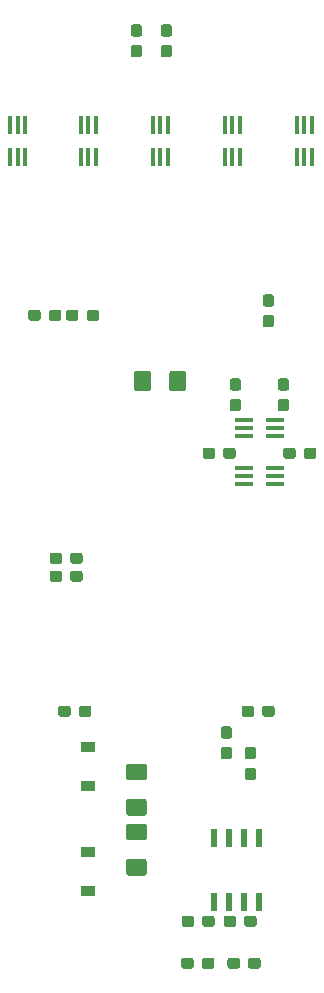
<source format=gbr>
G04 #@! TF.GenerationSoftware,KiCad,Pcbnew,5.0.2-bee76a0~70~ubuntu18.04.1*
G04 #@! TF.CreationDate,2019-04-23T19:40:41+10:00*
G04 #@! TF.ProjectId,minimoog,6d696e69-6d6f-46f6-972e-6b696361645f,rev?*
G04 #@! TF.SameCoordinates,Original*
G04 #@! TF.FileFunction,Paste,Top*
G04 #@! TF.FilePolarity,Positive*
%FSLAX46Y46*%
G04 Gerber Fmt 4.6, Leading zero omitted, Abs format (unit mm)*
G04 Created by KiCad (PCBNEW 5.0.2-bee76a0~70~ubuntu18.04.1) date Tue 23 Apr 2019 19:40:41 AEST*
%MOMM*%
%LPD*%
G01*
G04 APERTURE LIST*
%ADD10C,0.100000*%
%ADD11C,0.950000*%
%ADD12R,1.200000X0.900000*%
%ADD13R,0.600000X1.550000*%
%ADD14R,0.400000X1.500000*%
%ADD15R,1.500000X0.400000*%
%ADD16C,1.425000*%
G04 APERTURE END LIST*
D10*
G04 #@! TO.C,R34*
G36*
X130584779Y-71662144D02*
X130607834Y-71665563D01*
X130630443Y-71671227D01*
X130652387Y-71679079D01*
X130673457Y-71689044D01*
X130693448Y-71701026D01*
X130712168Y-71714910D01*
X130729438Y-71730562D01*
X130745090Y-71747832D01*
X130758974Y-71766552D01*
X130770956Y-71786543D01*
X130780921Y-71807613D01*
X130788773Y-71829557D01*
X130794437Y-71852166D01*
X130797856Y-71875221D01*
X130799000Y-71898500D01*
X130799000Y-72373500D01*
X130797856Y-72396779D01*
X130794437Y-72419834D01*
X130788773Y-72442443D01*
X130780921Y-72464387D01*
X130770956Y-72485457D01*
X130758974Y-72505448D01*
X130745090Y-72524168D01*
X130729438Y-72541438D01*
X130712168Y-72557090D01*
X130693448Y-72570974D01*
X130673457Y-72582956D01*
X130652387Y-72592921D01*
X130630443Y-72600773D01*
X130607834Y-72606437D01*
X130584779Y-72609856D01*
X130561500Y-72611000D01*
X129986500Y-72611000D01*
X129963221Y-72609856D01*
X129940166Y-72606437D01*
X129917557Y-72600773D01*
X129895613Y-72592921D01*
X129874543Y-72582956D01*
X129854552Y-72570974D01*
X129835832Y-72557090D01*
X129818562Y-72541438D01*
X129802910Y-72524168D01*
X129789026Y-72505448D01*
X129777044Y-72485457D01*
X129767079Y-72464387D01*
X129759227Y-72442443D01*
X129753563Y-72419834D01*
X129750144Y-72396779D01*
X129749000Y-72373500D01*
X129749000Y-71898500D01*
X129750144Y-71875221D01*
X129753563Y-71852166D01*
X129759227Y-71829557D01*
X129767079Y-71807613D01*
X129777044Y-71786543D01*
X129789026Y-71766552D01*
X129802910Y-71747832D01*
X129818562Y-71730562D01*
X129835832Y-71714910D01*
X129854552Y-71701026D01*
X129874543Y-71689044D01*
X129895613Y-71679079D01*
X129917557Y-71671227D01*
X129940166Y-71665563D01*
X129963221Y-71662144D01*
X129986500Y-71661000D01*
X130561500Y-71661000D01*
X130584779Y-71662144D01*
X130584779Y-71662144D01*
G37*
D11*
X130274000Y-72136000D03*
D10*
G36*
X128834779Y-71662144D02*
X128857834Y-71665563D01*
X128880443Y-71671227D01*
X128902387Y-71679079D01*
X128923457Y-71689044D01*
X128943448Y-71701026D01*
X128962168Y-71714910D01*
X128979438Y-71730562D01*
X128995090Y-71747832D01*
X129008974Y-71766552D01*
X129020956Y-71786543D01*
X129030921Y-71807613D01*
X129038773Y-71829557D01*
X129044437Y-71852166D01*
X129047856Y-71875221D01*
X129049000Y-71898500D01*
X129049000Y-72373500D01*
X129047856Y-72396779D01*
X129044437Y-72419834D01*
X129038773Y-72442443D01*
X129030921Y-72464387D01*
X129020956Y-72485457D01*
X129008974Y-72505448D01*
X128995090Y-72524168D01*
X128979438Y-72541438D01*
X128962168Y-72557090D01*
X128943448Y-72570974D01*
X128923457Y-72582956D01*
X128902387Y-72592921D01*
X128880443Y-72600773D01*
X128857834Y-72606437D01*
X128834779Y-72609856D01*
X128811500Y-72611000D01*
X128236500Y-72611000D01*
X128213221Y-72609856D01*
X128190166Y-72606437D01*
X128167557Y-72600773D01*
X128145613Y-72592921D01*
X128124543Y-72582956D01*
X128104552Y-72570974D01*
X128085832Y-72557090D01*
X128068562Y-72541438D01*
X128052910Y-72524168D01*
X128039026Y-72505448D01*
X128027044Y-72485457D01*
X128017079Y-72464387D01*
X128009227Y-72442443D01*
X128003563Y-72419834D01*
X128000144Y-72396779D01*
X127999000Y-72373500D01*
X127999000Y-71898500D01*
X128000144Y-71875221D01*
X128003563Y-71852166D01*
X128009227Y-71829557D01*
X128017079Y-71807613D01*
X128027044Y-71786543D01*
X128039026Y-71766552D01*
X128052910Y-71747832D01*
X128068562Y-71730562D01*
X128085832Y-71714910D01*
X128104552Y-71701026D01*
X128124543Y-71689044D01*
X128145613Y-71679079D01*
X128167557Y-71671227D01*
X128190166Y-71665563D01*
X128213221Y-71662144D01*
X128236500Y-71661000D01*
X128811500Y-71661000D01*
X128834779Y-71662144D01*
X128834779Y-71662144D01*
G37*
D11*
X128524000Y-72136000D03*
G04 #@! TD*
D10*
G04 #@! TO.C,C14*
G36*
X145703279Y-126526144D02*
X145726334Y-126529563D01*
X145748943Y-126535227D01*
X145770887Y-126543079D01*
X145791957Y-126553044D01*
X145811948Y-126565026D01*
X145830668Y-126578910D01*
X145847938Y-126594562D01*
X145863590Y-126611832D01*
X145877474Y-126630552D01*
X145889456Y-126650543D01*
X145899421Y-126671613D01*
X145907273Y-126693557D01*
X145912937Y-126716166D01*
X145916356Y-126739221D01*
X145917500Y-126762500D01*
X145917500Y-127237500D01*
X145916356Y-127260779D01*
X145912937Y-127283834D01*
X145907273Y-127306443D01*
X145899421Y-127328387D01*
X145889456Y-127349457D01*
X145877474Y-127369448D01*
X145863590Y-127388168D01*
X145847938Y-127405438D01*
X145830668Y-127421090D01*
X145811948Y-127434974D01*
X145791957Y-127446956D01*
X145770887Y-127456921D01*
X145748943Y-127464773D01*
X145726334Y-127470437D01*
X145703279Y-127473856D01*
X145680000Y-127475000D01*
X145105000Y-127475000D01*
X145081721Y-127473856D01*
X145058666Y-127470437D01*
X145036057Y-127464773D01*
X145014113Y-127456921D01*
X144993043Y-127446956D01*
X144973052Y-127434974D01*
X144954332Y-127421090D01*
X144937062Y-127405438D01*
X144921410Y-127388168D01*
X144907526Y-127369448D01*
X144895544Y-127349457D01*
X144885579Y-127328387D01*
X144877727Y-127306443D01*
X144872063Y-127283834D01*
X144868644Y-127260779D01*
X144867500Y-127237500D01*
X144867500Y-126762500D01*
X144868644Y-126739221D01*
X144872063Y-126716166D01*
X144877727Y-126693557D01*
X144885579Y-126671613D01*
X144895544Y-126650543D01*
X144907526Y-126630552D01*
X144921410Y-126611832D01*
X144937062Y-126594562D01*
X144954332Y-126578910D01*
X144973052Y-126565026D01*
X144993043Y-126553044D01*
X145014113Y-126543079D01*
X145036057Y-126535227D01*
X145058666Y-126529563D01*
X145081721Y-126526144D01*
X145105000Y-126525000D01*
X145680000Y-126525000D01*
X145703279Y-126526144D01*
X145703279Y-126526144D01*
G37*
D11*
X145392500Y-127000000D03*
D10*
G36*
X147453279Y-126526144D02*
X147476334Y-126529563D01*
X147498943Y-126535227D01*
X147520887Y-126543079D01*
X147541957Y-126553044D01*
X147561948Y-126565026D01*
X147580668Y-126578910D01*
X147597938Y-126594562D01*
X147613590Y-126611832D01*
X147627474Y-126630552D01*
X147639456Y-126650543D01*
X147649421Y-126671613D01*
X147657273Y-126693557D01*
X147662937Y-126716166D01*
X147666356Y-126739221D01*
X147667500Y-126762500D01*
X147667500Y-127237500D01*
X147666356Y-127260779D01*
X147662937Y-127283834D01*
X147657273Y-127306443D01*
X147649421Y-127328387D01*
X147639456Y-127349457D01*
X147627474Y-127369448D01*
X147613590Y-127388168D01*
X147597938Y-127405438D01*
X147580668Y-127421090D01*
X147561948Y-127434974D01*
X147541957Y-127446956D01*
X147520887Y-127456921D01*
X147498943Y-127464773D01*
X147476334Y-127470437D01*
X147453279Y-127473856D01*
X147430000Y-127475000D01*
X146855000Y-127475000D01*
X146831721Y-127473856D01*
X146808666Y-127470437D01*
X146786057Y-127464773D01*
X146764113Y-127456921D01*
X146743043Y-127446956D01*
X146723052Y-127434974D01*
X146704332Y-127421090D01*
X146687062Y-127405438D01*
X146671410Y-127388168D01*
X146657526Y-127369448D01*
X146645544Y-127349457D01*
X146635579Y-127328387D01*
X146627727Y-127306443D01*
X146622063Y-127283834D01*
X146618644Y-127260779D01*
X146617500Y-127237500D01*
X146617500Y-126762500D01*
X146618644Y-126739221D01*
X146622063Y-126716166D01*
X146627727Y-126693557D01*
X146635579Y-126671613D01*
X146645544Y-126650543D01*
X146657526Y-126630552D01*
X146671410Y-126611832D01*
X146687062Y-126594562D01*
X146704332Y-126578910D01*
X146723052Y-126565026D01*
X146743043Y-126553044D01*
X146764113Y-126543079D01*
X146786057Y-126535227D01*
X146808666Y-126529563D01*
X146831721Y-126526144D01*
X146855000Y-126525000D01*
X147430000Y-126525000D01*
X147453279Y-126526144D01*
X147453279Y-126526144D01*
G37*
D11*
X147142500Y-127000000D03*
G04 #@! TD*
D10*
G04 #@! TO.C,C10*
G36*
X133787779Y-71662144D02*
X133810834Y-71665563D01*
X133833443Y-71671227D01*
X133855387Y-71679079D01*
X133876457Y-71689044D01*
X133896448Y-71701026D01*
X133915168Y-71714910D01*
X133932438Y-71730562D01*
X133948090Y-71747832D01*
X133961974Y-71766552D01*
X133973956Y-71786543D01*
X133983921Y-71807613D01*
X133991773Y-71829557D01*
X133997437Y-71852166D01*
X134000856Y-71875221D01*
X134002000Y-71898500D01*
X134002000Y-72373500D01*
X134000856Y-72396779D01*
X133997437Y-72419834D01*
X133991773Y-72442443D01*
X133983921Y-72464387D01*
X133973956Y-72485457D01*
X133961974Y-72505448D01*
X133948090Y-72524168D01*
X133932438Y-72541438D01*
X133915168Y-72557090D01*
X133896448Y-72570974D01*
X133876457Y-72582956D01*
X133855387Y-72592921D01*
X133833443Y-72600773D01*
X133810834Y-72606437D01*
X133787779Y-72609856D01*
X133764500Y-72611000D01*
X133189500Y-72611000D01*
X133166221Y-72609856D01*
X133143166Y-72606437D01*
X133120557Y-72600773D01*
X133098613Y-72592921D01*
X133077543Y-72582956D01*
X133057552Y-72570974D01*
X133038832Y-72557090D01*
X133021562Y-72541438D01*
X133005910Y-72524168D01*
X132992026Y-72505448D01*
X132980044Y-72485457D01*
X132970079Y-72464387D01*
X132962227Y-72442443D01*
X132956563Y-72419834D01*
X132953144Y-72396779D01*
X132952000Y-72373500D01*
X132952000Y-71898500D01*
X132953144Y-71875221D01*
X132956563Y-71852166D01*
X132962227Y-71829557D01*
X132970079Y-71807613D01*
X132980044Y-71786543D01*
X132992026Y-71766552D01*
X133005910Y-71747832D01*
X133021562Y-71730562D01*
X133038832Y-71714910D01*
X133057552Y-71701026D01*
X133077543Y-71689044D01*
X133098613Y-71679079D01*
X133120557Y-71671227D01*
X133143166Y-71665563D01*
X133166221Y-71662144D01*
X133189500Y-71661000D01*
X133764500Y-71661000D01*
X133787779Y-71662144D01*
X133787779Y-71662144D01*
G37*
D11*
X133477000Y-72136000D03*
D10*
G36*
X132037779Y-71662144D02*
X132060834Y-71665563D01*
X132083443Y-71671227D01*
X132105387Y-71679079D01*
X132126457Y-71689044D01*
X132146448Y-71701026D01*
X132165168Y-71714910D01*
X132182438Y-71730562D01*
X132198090Y-71747832D01*
X132211974Y-71766552D01*
X132223956Y-71786543D01*
X132233921Y-71807613D01*
X132241773Y-71829557D01*
X132247437Y-71852166D01*
X132250856Y-71875221D01*
X132252000Y-71898500D01*
X132252000Y-72373500D01*
X132250856Y-72396779D01*
X132247437Y-72419834D01*
X132241773Y-72442443D01*
X132233921Y-72464387D01*
X132223956Y-72485457D01*
X132211974Y-72505448D01*
X132198090Y-72524168D01*
X132182438Y-72541438D01*
X132165168Y-72557090D01*
X132146448Y-72570974D01*
X132126457Y-72582956D01*
X132105387Y-72592921D01*
X132083443Y-72600773D01*
X132060834Y-72606437D01*
X132037779Y-72609856D01*
X132014500Y-72611000D01*
X131439500Y-72611000D01*
X131416221Y-72609856D01*
X131393166Y-72606437D01*
X131370557Y-72600773D01*
X131348613Y-72592921D01*
X131327543Y-72582956D01*
X131307552Y-72570974D01*
X131288832Y-72557090D01*
X131271562Y-72541438D01*
X131255910Y-72524168D01*
X131242026Y-72505448D01*
X131230044Y-72485457D01*
X131220079Y-72464387D01*
X131212227Y-72442443D01*
X131206563Y-72419834D01*
X131203144Y-72396779D01*
X131202000Y-72373500D01*
X131202000Y-71898500D01*
X131203144Y-71875221D01*
X131206563Y-71852166D01*
X131212227Y-71829557D01*
X131220079Y-71807613D01*
X131230044Y-71786543D01*
X131242026Y-71766552D01*
X131255910Y-71747832D01*
X131271562Y-71730562D01*
X131288832Y-71714910D01*
X131307552Y-71701026D01*
X131327543Y-71689044D01*
X131348613Y-71679079D01*
X131370557Y-71671227D01*
X131393166Y-71665563D01*
X131416221Y-71662144D01*
X131439500Y-71661000D01*
X132014500Y-71661000D01*
X132037779Y-71662144D01*
X132037779Y-71662144D01*
G37*
D11*
X131727000Y-72136000D03*
G04 #@! TD*
D12*
G04 #@! TO.C,D2*
X133096000Y-120904000D03*
X133096000Y-117604000D03*
G04 #@! TD*
G04 #@! TO.C,D1*
X133096000Y-108712000D03*
X133096000Y-112012000D03*
G04 #@! TD*
D13*
G04 #@! TO.C,U1*
X143764000Y-121826000D03*
X145034000Y-121826000D03*
X146304000Y-121826000D03*
X147574000Y-121826000D03*
X147574000Y-116426000D03*
X146304000Y-116426000D03*
X145034000Y-116426000D03*
X143764000Y-116426000D03*
G04 #@! TD*
D14*
G04 #@! TO.C,Q5*
X133746000Y-56074000D03*
X133096000Y-56074000D03*
X132446000Y-56074000D03*
X132446000Y-58734000D03*
X133096000Y-58734000D03*
X133746000Y-58734000D03*
G04 #@! TD*
D15*
G04 #@! TO.C,Q8*
X148904000Y-85100751D03*
X148904000Y-85750751D03*
X148904000Y-86400751D03*
X146244000Y-86400751D03*
X146244000Y-85750751D03*
X146244000Y-85100751D03*
G04 #@! TD*
G04 #@! TO.C,Q7*
X146244000Y-81036751D03*
X146244000Y-81686751D03*
X146244000Y-82336751D03*
X148904000Y-82336751D03*
X148904000Y-81686751D03*
X148904000Y-81036751D03*
G04 #@! TD*
D14*
G04 #@! TO.C,Q4*
X139842000Y-58734000D03*
X139192000Y-58734000D03*
X138542000Y-58734000D03*
X138542000Y-56074000D03*
X139192000Y-56074000D03*
X139842000Y-56074000D03*
G04 #@! TD*
G04 #@! TO.C,Q3*
X145938000Y-56074000D03*
X145288000Y-56074000D03*
X144638000Y-56074000D03*
X144638000Y-58734000D03*
X145288000Y-58734000D03*
X145938000Y-58734000D03*
G04 #@! TD*
G04 #@! TO.C,Q2*
X152034000Y-58734000D03*
X151384000Y-58734000D03*
X150734000Y-58734000D03*
X150734000Y-56074000D03*
X151384000Y-56074000D03*
X152034000Y-56074000D03*
G04 #@! TD*
G04 #@! TO.C,Q6*
X127762000Y-56074000D03*
X127112000Y-56074000D03*
X126462000Y-56074000D03*
X126462000Y-58734000D03*
X127112000Y-58734000D03*
X127762000Y-58734000D03*
G04 #@! TD*
D10*
G04 #@! TO.C,C13*
G36*
X145802779Y-77482144D02*
X145825834Y-77485563D01*
X145848443Y-77491227D01*
X145870387Y-77499079D01*
X145891457Y-77509044D01*
X145911448Y-77521026D01*
X145930168Y-77534910D01*
X145947438Y-77550562D01*
X145963090Y-77567832D01*
X145976974Y-77586552D01*
X145988956Y-77606543D01*
X145998921Y-77627613D01*
X146006773Y-77649557D01*
X146012437Y-77672166D01*
X146015856Y-77695221D01*
X146017000Y-77718500D01*
X146017000Y-78293500D01*
X146015856Y-78316779D01*
X146012437Y-78339834D01*
X146006773Y-78362443D01*
X145998921Y-78384387D01*
X145988956Y-78405457D01*
X145976974Y-78425448D01*
X145963090Y-78444168D01*
X145947438Y-78461438D01*
X145930168Y-78477090D01*
X145911448Y-78490974D01*
X145891457Y-78502956D01*
X145870387Y-78512921D01*
X145848443Y-78520773D01*
X145825834Y-78526437D01*
X145802779Y-78529856D01*
X145779500Y-78531000D01*
X145304500Y-78531000D01*
X145281221Y-78529856D01*
X145258166Y-78526437D01*
X145235557Y-78520773D01*
X145213613Y-78512921D01*
X145192543Y-78502956D01*
X145172552Y-78490974D01*
X145153832Y-78477090D01*
X145136562Y-78461438D01*
X145120910Y-78444168D01*
X145107026Y-78425448D01*
X145095044Y-78405457D01*
X145085079Y-78384387D01*
X145077227Y-78362443D01*
X145071563Y-78339834D01*
X145068144Y-78316779D01*
X145067000Y-78293500D01*
X145067000Y-77718500D01*
X145068144Y-77695221D01*
X145071563Y-77672166D01*
X145077227Y-77649557D01*
X145085079Y-77627613D01*
X145095044Y-77606543D01*
X145107026Y-77586552D01*
X145120910Y-77567832D01*
X145136562Y-77550562D01*
X145153832Y-77534910D01*
X145172552Y-77521026D01*
X145192543Y-77509044D01*
X145213613Y-77499079D01*
X145235557Y-77491227D01*
X145258166Y-77485563D01*
X145281221Y-77482144D01*
X145304500Y-77481000D01*
X145779500Y-77481000D01*
X145802779Y-77482144D01*
X145802779Y-77482144D01*
G37*
D11*
X145542000Y-78006000D03*
D10*
G36*
X145802779Y-79232144D02*
X145825834Y-79235563D01*
X145848443Y-79241227D01*
X145870387Y-79249079D01*
X145891457Y-79259044D01*
X145911448Y-79271026D01*
X145930168Y-79284910D01*
X145947438Y-79300562D01*
X145963090Y-79317832D01*
X145976974Y-79336552D01*
X145988956Y-79356543D01*
X145998921Y-79377613D01*
X146006773Y-79399557D01*
X146012437Y-79422166D01*
X146015856Y-79445221D01*
X146017000Y-79468500D01*
X146017000Y-80043500D01*
X146015856Y-80066779D01*
X146012437Y-80089834D01*
X146006773Y-80112443D01*
X145998921Y-80134387D01*
X145988956Y-80155457D01*
X145976974Y-80175448D01*
X145963090Y-80194168D01*
X145947438Y-80211438D01*
X145930168Y-80227090D01*
X145911448Y-80240974D01*
X145891457Y-80252956D01*
X145870387Y-80262921D01*
X145848443Y-80270773D01*
X145825834Y-80276437D01*
X145802779Y-80279856D01*
X145779500Y-80281000D01*
X145304500Y-80281000D01*
X145281221Y-80279856D01*
X145258166Y-80276437D01*
X145235557Y-80270773D01*
X145213613Y-80262921D01*
X145192543Y-80252956D01*
X145172552Y-80240974D01*
X145153832Y-80227090D01*
X145136562Y-80211438D01*
X145120910Y-80194168D01*
X145107026Y-80175448D01*
X145095044Y-80155457D01*
X145085079Y-80134387D01*
X145077227Y-80112443D01*
X145071563Y-80089834D01*
X145068144Y-80066779D01*
X145067000Y-80043500D01*
X145067000Y-79468500D01*
X145068144Y-79445221D01*
X145071563Y-79422166D01*
X145077227Y-79399557D01*
X145085079Y-79377613D01*
X145095044Y-79356543D01*
X145107026Y-79336552D01*
X145120910Y-79317832D01*
X145136562Y-79300562D01*
X145153832Y-79284910D01*
X145172552Y-79271026D01*
X145192543Y-79259044D01*
X145213613Y-79249079D01*
X145235557Y-79241227D01*
X145258166Y-79235563D01*
X145281221Y-79232144D01*
X145304500Y-79231000D01*
X145779500Y-79231000D01*
X145802779Y-79232144D01*
X145802779Y-79232144D01*
G37*
D11*
X145542000Y-79756000D03*
G04 #@! TD*
D10*
G04 #@! TO.C,C8*
G36*
X149866779Y-79232144D02*
X149889834Y-79235563D01*
X149912443Y-79241227D01*
X149934387Y-79249079D01*
X149955457Y-79259044D01*
X149975448Y-79271026D01*
X149994168Y-79284910D01*
X150011438Y-79300562D01*
X150027090Y-79317832D01*
X150040974Y-79336552D01*
X150052956Y-79356543D01*
X150062921Y-79377613D01*
X150070773Y-79399557D01*
X150076437Y-79422166D01*
X150079856Y-79445221D01*
X150081000Y-79468500D01*
X150081000Y-80043500D01*
X150079856Y-80066779D01*
X150076437Y-80089834D01*
X150070773Y-80112443D01*
X150062921Y-80134387D01*
X150052956Y-80155457D01*
X150040974Y-80175448D01*
X150027090Y-80194168D01*
X150011438Y-80211438D01*
X149994168Y-80227090D01*
X149975448Y-80240974D01*
X149955457Y-80252956D01*
X149934387Y-80262921D01*
X149912443Y-80270773D01*
X149889834Y-80276437D01*
X149866779Y-80279856D01*
X149843500Y-80281000D01*
X149368500Y-80281000D01*
X149345221Y-80279856D01*
X149322166Y-80276437D01*
X149299557Y-80270773D01*
X149277613Y-80262921D01*
X149256543Y-80252956D01*
X149236552Y-80240974D01*
X149217832Y-80227090D01*
X149200562Y-80211438D01*
X149184910Y-80194168D01*
X149171026Y-80175448D01*
X149159044Y-80155457D01*
X149149079Y-80134387D01*
X149141227Y-80112443D01*
X149135563Y-80089834D01*
X149132144Y-80066779D01*
X149131000Y-80043500D01*
X149131000Y-79468500D01*
X149132144Y-79445221D01*
X149135563Y-79422166D01*
X149141227Y-79399557D01*
X149149079Y-79377613D01*
X149159044Y-79356543D01*
X149171026Y-79336552D01*
X149184910Y-79317832D01*
X149200562Y-79300562D01*
X149217832Y-79284910D01*
X149236552Y-79271026D01*
X149256543Y-79259044D01*
X149277613Y-79249079D01*
X149299557Y-79241227D01*
X149322166Y-79235563D01*
X149345221Y-79232144D01*
X149368500Y-79231000D01*
X149843500Y-79231000D01*
X149866779Y-79232144D01*
X149866779Y-79232144D01*
G37*
D11*
X149606000Y-79756000D03*
D10*
G36*
X149866779Y-77482144D02*
X149889834Y-77485563D01*
X149912443Y-77491227D01*
X149934387Y-77499079D01*
X149955457Y-77509044D01*
X149975448Y-77521026D01*
X149994168Y-77534910D01*
X150011438Y-77550562D01*
X150027090Y-77567832D01*
X150040974Y-77586552D01*
X150052956Y-77606543D01*
X150062921Y-77627613D01*
X150070773Y-77649557D01*
X150076437Y-77672166D01*
X150079856Y-77695221D01*
X150081000Y-77718500D01*
X150081000Y-78293500D01*
X150079856Y-78316779D01*
X150076437Y-78339834D01*
X150070773Y-78362443D01*
X150062921Y-78384387D01*
X150052956Y-78405457D01*
X150040974Y-78425448D01*
X150027090Y-78444168D01*
X150011438Y-78461438D01*
X149994168Y-78477090D01*
X149975448Y-78490974D01*
X149955457Y-78502956D01*
X149934387Y-78512921D01*
X149912443Y-78520773D01*
X149889834Y-78526437D01*
X149866779Y-78529856D01*
X149843500Y-78531000D01*
X149368500Y-78531000D01*
X149345221Y-78529856D01*
X149322166Y-78526437D01*
X149299557Y-78520773D01*
X149277613Y-78512921D01*
X149256543Y-78502956D01*
X149236552Y-78490974D01*
X149217832Y-78477090D01*
X149200562Y-78461438D01*
X149184910Y-78444168D01*
X149171026Y-78425448D01*
X149159044Y-78405457D01*
X149149079Y-78384387D01*
X149141227Y-78362443D01*
X149135563Y-78339834D01*
X149132144Y-78316779D01*
X149131000Y-78293500D01*
X149131000Y-77718500D01*
X149132144Y-77695221D01*
X149135563Y-77672166D01*
X149141227Y-77649557D01*
X149149079Y-77627613D01*
X149159044Y-77606543D01*
X149171026Y-77586552D01*
X149184910Y-77567832D01*
X149200562Y-77550562D01*
X149217832Y-77534910D01*
X149236552Y-77521026D01*
X149256543Y-77509044D01*
X149277613Y-77499079D01*
X149299557Y-77491227D01*
X149322166Y-77485563D01*
X149345221Y-77482144D01*
X149368500Y-77481000D01*
X149843500Y-77481000D01*
X149866779Y-77482144D01*
X149866779Y-77482144D01*
G37*
D11*
X149606000Y-78006000D03*
G04 #@! TD*
D10*
G04 #@! TO.C,C11*
G36*
X137809504Y-110105704D02*
X137833773Y-110109304D01*
X137857571Y-110115265D01*
X137880671Y-110123530D01*
X137902849Y-110134020D01*
X137923893Y-110146633D01*
X137943598Y-110161247D01*
X137961777Y-110177723D01*
X137978253Y-110195902D01*
X137992867Y-110215607D01*
X138005480Y-110236651D01*
X138015970Y-110258829D01*
X138024235Y-110281929D01*
X138030196Y-110305727D01*
X138033796Y-110329996D01*
X138035000Y-110354500D01*
X138035000Y-111279500D01*
X138033796Y-111304004D01*
X138030196Y-111328273D01*
X138024235Y-111352071D01*
X138015970Y-111375171D01*
X138005480Y-111397349D01*
X137992867Y-111418393D01*
X137978253Y-111438098D01*
X137961777Y-111456277D01*
X137943598Y-111472753D01*
X137923893Y-111487367D01*
X137902849Y-111499980D01*
X137880671Y-111510470D01*
X137857571Y-111518735D01*
X137833773Y-111524696D01*
X137809504Y-111528296D01*
X137785000Y-111529500D01*
X136535000Y-111529500D01*
X136510496Y-111528296D01*
X136486227Y-111524696D01*
X136462429Y-111518735D01*
X136439329Y-111510470D01*
X136417151Y-111499980D01*
X136396107Y-111487367D01*
X136376402Y-111472753D01*
X136358223Y-111456277D01*
X136341747Y-111438098D01*
X136327133Y-111418393D01*
X136314520Y-111397349D01*
X136304030Y-111375171D01*
X136295765Y-111352071D01*
X136289804Y-111328273D01*
X136286204Y-111304004D01*
X136285000Y-111279500D01*
X136285000Y-110354500D01*
X136286204Y-110329996D01*
X136289804Y-110305727D01*
X136295765Y-110281929D01*
X136304030Y-110258829D01*
X136314520Y-110236651D01*
X136327133Y-110215607D01*
X136341747Y-110195902D01*
X136358223Y-110177723D01*
X136376402Y-110161247D01*
X136396107Y-110146633D01*
X136417151Y-110134020D01*
X136439329Y-110123530D01*
X136462429Y-110115265D01*
X136486227Y-110109304D01*
X136510496Y-110105704D01*
X136535000Y-110104500D01*
X137785000Y-110104500D01*
X137809504Y-110105704D01*
X137809504Y-110105704D01*
G37*
D16*
X137160000Y-110817000D03*
D10*
G36*
X137809504Y-113080704D02*
X137833773Y-113084304D01*
X137857571Y-113090265D01*
X137880671Y-113098530D01*
X137902849Y-113109020D01*
X137923893Y-113121633D01*
X137943598Y-113136247D01*
X137961777Y-113152723D01*
X137978253Y-113170902D01*
X137992867Y-113190607D01*
X138005480Y-113211651D01*
X138015970Y-113233829D01*
X138024235Y-113256929D01*
X138030196Y-113280727D01*
X138033796Y-113304996D01*
X138035000Y-113329500D01*
X138035000Y-114254500D01*
X138033796Y-114279004D01*
X138030196Y-114303273D01*
X138024235Y-114327071D01*
X138015970Y-114350171D01*
X138005480Y-114372349D01*
X137992867Y-114393393D01*
X137978253Y-114413098D01*
X137961777Y-114431277D01*
X137943598Y-114447753D01*
X137923893Y-114462367D01*
X137902849Y-114474980D01*
X137880671Y-114485470D01*
X137857571Y-114493735D01*
X137833773Y-114499696D01*
X137809504Y-114503296D01*
X137785000Y-114504500D01*
X136535000Y-114504500D01*
X136510496Y-114503296D01*
X136486227Y-114499696D01*
X136462429Y-114493735D01*
X136439329Y-114485470D01*
X136417151Y-114474980D01*
X136396107Y-114462367D01*
X136376402Y-114447753D01*
X136358223Y-114431277D01*
X136341747Y-114413098D01*
X136327133Y-114393393D01*
X136314520Y-114372349D01*
X136304030Y-114350171D01*
X136295765Y-114327071D01*
X136289804Y-114303273D01*
X136286204Y-114279004D01*
X136285000Y-114254500D01*
X136285000Y-113329500D01*
X136286204Y-113304996D01*
X136289804Y-113280727D01*
X136295765Y-113256929D01*
X136304030Y-113233829D01*
X136314520Y-113211651D01*
X136327133Y-113190607D01*
X136341747Y-113170902D01*
X136358223Y-113152723D01*
X136376402Y-113136247D01*
X136396107Y-113121633D01*
X136417151Y-113109020D01*
X136439329Y-113098530D01*
X136462429Y-113090265D01*
X136486227Y-113084304D01*
X136510496Y-113080704D01*
X136535000Y-113079500D01*
X137785000Y-113079500D01*
X137809504Y-113080704D01*
X137809504Y-113080704D01*
G37*
D16*
X137160000Y-113792000D03*
G04 #@! TD*
D10*
G04 #@! TO.C,C12*
G36*
X137809504Y-118160704D02*
X137833773Y-118164304D01*
X137857571Y-118170265D01*
X137880671Y-118178530D01*
X137902849Y-118189020D01*
X137923893Y-118201633D01*
X137943598Y-118216247D01*
X137961777Y-118232723D01*
X137978253Y-118250902D01*
X137992867Y-118270607D01*
X138005480Y-118291651D01*
X138015970Y-118313829D01*
X138024235Y-118336929D01*
X138030196Y-118360727D01*
X138033796Y-118384996D01*
X138035000Y-118409500D01*
X138035000Y-119334500D01*
X138033796Y-119359004D01*
X138030196Y-119383273D01*
X138024235Y-119407071D01*
X138015970Y-119430171D01*
X138005480Y-119452349D01*
X137992867Y-119473393D01*
X137978253Y-119493098D01*
X137961777Y-119511277D01*
X137943598Y-119527753D01*
X137923893Y-119542367D01*
X137902849Y-119554980D01*
X137880671Y-119565470D01*
X137857571Y-119573735D01*
X137833773Y-119579696D01*
X137809504Y-119583296D01*
X137785000Y-119584500D01*
X136535000Y-119584500D01*
X136510496Y-119583296D01*
X136486227Y-119579696D01*
X136462429Y-119573735D01*
X136439329Y-119565470D01*
X136417151Y-119554980D01*
X136396107Y-119542367D01*
X136376402Y-119527753D01*
X136358223Y-119511277D01*
X136341747Y-119493098D01*
X136327133Y-119473393D01*
X136314520Y-119452349D01*
X136304030Y-119430171D01*
X136295765Y-119407071D01*
X136289804Y-119383273D01*
X136286204Y-119359004D01*
X136285000Y-119334500D01*
X136285000Y-118409500D01*
X136286204Y-118384996D01*
X136289804Y-118360727D01*
X136295765Y-118336929D01*
X136304030Y-118313829D01*
X136314520Y-118291651D01*
X136327133Y-118270607D01*
X136341747Y-118250902D01*
X136358223Y-118232723D01*
X136376402Y-118216247D01*
X136396107Y-118201633D01*
X136417151Y-118189020D01*
X136439329Y-118178530D01*
X136462429Y-118170265D01*
X136486227Y-118164304D01*
X136510496Y-118160704D01*
X136535000Y-118159500D01*
X137785000Y-118159500D01*
X137809504Y-118160704D01*
X137809504Y-118160704D01*
G37*
D16*
X137160000Y-118872000D03*
D10*
G36*
X137809504Y-115185704D02*
X137833773Y-115189304D01*
X137857571Y-115195265D01*
X137880671Y-115203530D01*
X137902849Y-115214020D01*
X137923893Y-115226633D01*
X137943598Y-115241247D01*
X137961777Y-115257723D01*
X137978253Y-115275902D01*
X137992867Y-115295607D01*
X138005480Y-115316651D01*
X138015970Y-115338829D01*
X138024235Y-115361929D01*
X138030196Y-115385727D01*
X138033796Y-115409996D01*
X138035000Y-115434500D01*
X138035000Y-116359500D01*
X138033796Y-116384004D01*
X138030196Y-116408273D01*
X138024235Y-116432071D01*
X138015970Y-116455171D01*
X138005480Y-116477349D01*
X137992867Y-116498393D01*
X137978253Y-116518098D01*
X137961777Y-116536277D01*
X137943598Y-116552753D01*
X137923893Y-116567367D01*
X137902849Y-116579980D01*
X137880671Y-116590470D01*
X137857571Y-116598735D01*
X137833773Y-116604696D01*
X137809504Y-116608296D01*
X137785000Y-116609500D01*
X136535000Y-116609500D01*
X136510496Y-116608296D01*
X136486227Y-116604696D01*
X136462429Y-116598735D01*
X136439329Y-116590470D01*
X136417151Y-116579980D01*
X136396107Y-116567367D01*
X136376402Y-116552753D01*
X136358223Y-116536277D01*
X136341747Y-116518098D01*
X136327133Y-116498393D01*
X136314520Y-116477349D01*
X136304030Y-116455171D01*
X136295765Y-116432071D01*
X136289804Y-116408273D01*
X136286204Y-116384004D01*
X136285000Y-116359500D01*
X136285000Y-115434500D01*
X136286204Y-115409996D01*
X136289804Y-115385727D01*
X136295765Y-115361929D01*
X136304030Y-115338829D01*
X136314520Y-115316651D01*
X136327133Y-115295607D01*
X136341747Y-115275902D01*
X136358223Y-115257723D01*
X136376402Y-115241247D01*
X136396107Y-115226633D01*
X136417151Y-115214020D01*
X136439329Y-115203530D01*
X136462429Y-115195265D01*
X136486227Y-115189304D01*
X136510496Y-115185704D01*
X136535000Y-115184500D01*
X137785000Y-115184500D01*
X137809504Y-115185704D01*
X137809504Y-115185704D01*
G37*
D16*
X137160000Y-115897000D03*
G04 #@! TD*
D10*
G04 #@! TO.C,C1*
G36*
X141130004Y-76850204D02*
X141154273Y-76853804D01*
X141178071Y-76859765D01*
X141201171Y-76868030D01*
X141223349Y-76878520D01*
X141244393Y-76891133D01*
X141264098Y-76905747D01*
X141282277Y-76922223D01*
X141298753Y-76940402D01*
X141313367Y-76960107D01*
X141325980Y-76981151D01*
X141336470Y-77003329D01*
X141344735Y-77026429D01*
X141350696Y-77050227D01*
X141354296Y-77074496D01*
X141355500Y-77099000D01*
X141355500Y-78349000D01*
X141354296Y-78373504D01*
X141350696Y-78397773D01*
X141344735Y-78421571D01*
X141336470Y-78444671D01*
X141325980Y-78466849D01*
X141313367Y-78487893D01*
X141298753Y-78507598D01*
X141282277Y-78525777D01*
X141264098Y-78542253D01*
X141244393Y-78556867D01*
X141223349Y-78569480D01*
X141201171Y-78579970D01*
X141178071Y-78588235D01*
X141154273Y-78594196D01*
X141130004Y-78597796D01*
X141105500Y-78599000D01*
X140180500Y-78599000D01*
X140155996Y-78597796D01*
X140131727Y-78594196D01*
X140107929Y-78588235D01*
X140084829Y-78579970D01*
X140062651Y-78569480D01*
X140041607Y-78556867D01*
X140021902Y-78542253D01*
X140003723Y-78525777D01*
X139987247Y-78507598D01*
X139972633Y-78487893D01*
X139960020Y-78466849D01*
X139949530Y-78444671D01*
X139941265Y-78421571D01*
X139935304Y-78397773D01*
X139931704Y-78373504D01*
X139930500Y-78349000D01*
X139930500Y-77099000D01*
X139931704Y-77074496D01*
X139935304Y-77050227D01*
X139941265Y-77026429D01*
X139949530Y-77003329D01*
X139960020Y-76981151D01*
X139972633Y-76960107D01*
X139987247Y-76940402D01*
X140003723Y-76922223D01*
X140021902Y-76905747D01*
X140041607Y-76891133D01*
X140062651Y-76878520D01*
X140084829Y-76868030D01*
X140107929Y-76859765D01*
X140131727Y-76853804D01*
X140155996Y-76850204D01*
X140180500Y-76849000D01*
X141105500Y-76849000D01*
X141130004Y-76850204D01*
X141130004Y-76850204D01*
G37*
D16*
X140643000Y-77724000D03*
D10*
G36*
X138155004Y-76850204D02*
X138179273Y-76853804D01*
X138203071Y-76859765D01*
X138226171Y-76868030D01*
X138248349Y-76878520D01*
X138269393Y-76891133D01*
X138289098Y-76905747D01*
X138307277Y-76922223D01*
X138323753Y-76940402D01*
X138338367Y-76960107D01*
X138350980Y-76981151D01*
X138361470Y-77003329D01*
X138369735Y-77026429D01*
X138375696Y-77050227D01*
X138379296Y-77074496D01*
X138380500Y-77099000D01*
X138380500Y-78349000D01*
X138379296Y-78373504D01*
X138375696Y-78397773D01*
X138369735Y-78421571D01*
X138361470Y-78444671D01*
X138350980Y-78466849D01*
X138338367Y-78487893D01*
X138323753Y-78507598D01*
X138307277Y-78525777D01*
X138289098Y-78542253D01*
X138269393Y-78556867D01*
X138248349Y-78569480D01*
X138226171Y-78579970D01*
X138203071Y-78588235D01*
X138179273Y-78594196D01*
X138155004Y-78597796D01*
X138130500Y-78599000D01*
X137205500Y-78599000D01*
X137180996Y-78597796D01*
X137156727Y-78594196D01*
X137132929Y-78588235D01*
X137109829Y-78579970D01*
X137087651Y-78569480D01*
X137066607Y-78556867D01*
X137046902Y-78542253D01*
X137028723Y-78525777D01*
X137012247Y-78507598D01*
X136997633Y-78487893D01*
X136985020Y-78466849D01*
X136974530Y-78444671D01*
X136966265Y-78421571D01*
X136960304Y-78397773D01*
X136956704Y-78373504D01*
X136955500Y-78349000D01*
X136955500Y-77099000D01*
X136956704Y-77074496D01*
X136960304Y-77050227D01*
X136966265Y-77026429D01*
X136974530Y-77003329D01*
X136985020Y-76981151D01*
X136997633Y-76960107D01*
X137012247Y-76940402D01*
X137028723Y-76922223D01*
X137046902Y-76905747D01*
X137066607Y-76891133D01*
X137087651Y-76878520D01*
X137109829Y-76868030D01*
X137132929Y-76859765D01*
X137156727Y-76853804D01*
X137180996Y-76850204D01*
X137205500Y-76849000D01*
X138130500Y-76849000D01*
X138155004Y-76850204D01*
X138155004Y-76850204D01*
G37*
D16*
X137668000Y-77724000D03*
G04 #@! TD*
D10*
G04 #@! TO.C,R1*
G36*
X137420779Y-49260144D02*
X137443834Y-49263563D01*
X137466443Y-49269227D01*
X137488387Y-49277079D01*
X137509457Y-49287044D01*
X137529448Y-49299026D01*
X137548168Y-49312910D01*
X137565438Y-49328562D01*
X137581090Y-49345832D01*
X137594974Y-49364552D01*
X137606956Y-49384543D01*
X137616921Y-49405613D01*
X137624773Y-49427557D01*
X137630437Y-49450166D01*
X137633856Y-49473221D01*
X137635000Y-49496500D01*
X137635000Y-50071500D01*
X137633856Y-50094779D01*
X137630437Y-50117834D01*
X137624773Y-50140443D01*
X137616921Y-50162387D01*
X137606956Y-50183457D01*
X137594974Y-50203448D01*
X137581090Y-50222168D01*
X137565438Y-50239438D01*
X137548168Y-50255090D01*
X137529448Y-50268974D01*
X137509457Y-50280956D01*
X137488387Y-50290921D01*
X137466443Y-50298773D01*
X137443834Y-50304437D01*
X137420779Y-50307856D01*
X137397500Y-50309000D01*
X136922500Y-50309000D01*
X136899221Y-50307856D01*
X136876166Y-50304437D01*
X136853557Y-50298773D01*
X136831613Y-50290921D01*
X136810543Y-50280956D01*
X136790552Y-50268974D01*
X136771832Y-50255090D01*
X136754562Y-50239438D01*
X136738910Y-50222168D01*
X136725026Y-50203448D01*
X136713044Y-50183457D01*
X136703079Y-50162387D01*
X136695227Y-50140443D01*
X136689563Y-50117834D01*
X136686144Y-50094779D01*
X136685000Y-50071500D01*
X136685000Y-49496500D01*
X136686144Y-49473221D01*
X136689563Y-49450166D01*
X136695227Y-49427557D01*
X136703079Y-49405613D01*
X136713044Y-49384543D01*
X136725026Y-49364552D01*
X136738910Y-49345832D01*
X136754562Y-49328562D01*
X136771832Y-49312910D01*
X136790552Y-49299026D01*
X136810543Y-49287044D01*
X136831613Y-49277079D01*
X136853557Y-49269227D01*
X136876166Y-49263563D01*
X136899221Y-49260144D01*
X136922500Y-49259000D01*
X137397500Y-49259000D01*
X137420779Y-49260144D01*
X137420779Y-49260144D01*
G37*
D11*
X137160000Y-49784000D03*
D10*
G36*
X137420779Y-47510144D02*
X137443834Y-47513563D01*
X137466443Y-47519227D01*
X137488387Y-47527079D01*
X137509457Y-47537044D01*
X137529448Y-47549026D01*
X137548168Y-47562910D01*
X137565438Y-47578562D01*
X137581090Y-47595832D01*
X137594974Y-47614552D01*
X137606956Y-47634543D01*
X137616921Y-47655613D01*
X137624773Y-47677557D01*
X137630437Y-47700166D01*
X137633856Y-47723221D01*
X137635000Y-47746500D01*
X137635000Y-48321500D01*
X137633856Y-48344779D01*
X137630437Y-48367834D01*
X137624773Y-48390443D01*
X137616921Y-48412387D01*
X137606956Y-48433457D01*
X137594974Y-48453448D01*
X137581090Y-48472168D01*
X137565438Y-48489438D01*
X137548168Y-48505090D01*
X137529448Y-48518974D01*
X137509457Y-48530956D01*
X137488387Y-48540921D01*
X137466443Y-48548773D01*
X137443834Y-48554437D01*
X137420779Y-48557856D01*
X137397500Y-48559000D01*
X136922500Y-48559000D01*
X136899221Y-48557856D01*
X136876166Y-48554437D01*
X136853557Y-48548773D01*
X136831613Y-48540921D01*
X136810543Y-48530956D01*
X136790552Y-48518974D01*
X136771832Y-48505090D01*
X136754562Y-48489438D01*
X136738910Y-48472168D01*
X136725026Y-48453448D01*
X136713044Y-48433457D01*
X136703079Y-48412387D01*
X136695227Y-48390443D01*
X136689563Y-48367834D01*
X136686144Y-48344779D01*
X136685000Y-48321500D01*
X136685000Y-47746500D01*
X136686144Y-47723221D01*
X136689563Y-47700166D01*
X136695227Y-47677557D01*
X136703079Y-47655613D01*
X136713044Y-47634543D01*
X136725026Y-47614552D01*
X136738910Y-47595832D01*
X136754562Y-47578562D01*
X136771832Y-47562910D01*
X136790552Y-47549026D01*
X136810543Y-47537044D01*
X136831613Y-47527079D01*
X136853557Y-47519227D01*
X136876166Y-47513563D01*
X136899221Y-47510144D01*
X136922500Y-47509000D01*
X137397500Y-47509000D01*
X137420779Y-47510144D01*
X137420779Y-47510144D01*
G37*
D11*
X137160000Y-48034000D03*
G04 #@! TD*
D10*
G04 #@! TO.C,R10*
G36*
X130640779Y-92236144D02*
X130663834Y-92239563D01*
X130686443Y-92245227D01*
X130708387Y-92253079D01*
X130729457Y-92263044D01*
X130749448Y-92275026D01*
X130768168Y-92288910D01*
X130785438Y-92304562D01*
X130801090Y-92321832D01*
X130814974Y-92340552D01*
X130826956Y-92360543D01*
X130836921Y-92381613D01*
X130844773Y-92403557D01*
X130850437Y-92426166D01*
X130853856Y-92449221D01*
X130855000Y-92472500D01*
X130855000Y-92947500D01*
X130853856Y-92970779D01*
X130850437Y-92993834D01*
X130844773Y-93016443D01*
X130836921Y-93038387D01*
X130826956Y-93059457D01*
X130814974Y-93079448D01*
X130801090Y-93098168D01*
X130785438Y-93115438D01*
X130768168Y-93131090D01*
X130749448Y-93144974D01*
X130729457Y-93156956D01*
X130708387Y-93166921D01*
X130686443Y-93174773D01*
X130663834Y-93180437D01*
X130640779Y-93183856D01*
X130617500Y-93185000D01*
X130042500Y-93185000D01*
X130019221Y-93183856D01*
X129996166Y-93180437D01*
X129973557Y-93174773D01*
X129951613Y-93166921D01*
X129930543Y-93156956D01*
X129910552Y-93144974D01*
X129891832Y-93131090D01*
X129874562Y-93115438D01*
X129858910Y-93098168D01*
X129845026Y-93079448D01*
X129833044Y-93059457D01*
X129823079Y-93038387D01*
X129815227Y-93016443D01*
X129809563Y-92993834D01*
X129806144Y-92970779D01*
X129805000Y-92947500D01*
X129805000Y-92472500D01*
X129806144Y-92449221D01*
X129809563Y-92426166D01*
X129815227Y-92403557D01*
X129823079Y-92381613D01*
X129833044Y-92360543D01*
X129845026Y-92340552D01*
X129858910Y-92321832D01*
X129874562Y-92304562D01*
X129891832Y-92288910D01*
X129910552Y-92275026D01*
X129930543Y-92263044D01*
X129951613Y-92253079D01*
X129973557Y-92245227D01*
X129996166Y-92239563D01*
X130019221Y-92236144D01*
X130042500Y-92235000D01*
X130617500Y-92235000D01*
X130640779Y-92236144D01*
X130640779Y-92236144D01*
G37*
D11*
X130330000Y-92710000D03*
D10*
G36*
X132390779Y-92236144D02*
X132413834Y-92239563D01*
X132436443Y-92245227D01*
X132458387Y-92253079D01*
X132479457Y-92263044D01*
X132499448Y-92275026D01*
X132518168Y-92288910D01*
X132535438Y-92304562D01*
X132551090Y-92321832D01*
X132564974Y-92340552D01*
X132576956Y-92360543D01*
X132586921Y-92381613D01*
X132594773Y-92403557D01*
X132600437Y-92426166D01*
X132603856Y-92449221D01*
X132605000Y-92472500D01*
X132605000Y-92947500D01*
X132603856Y-92970779D01*
X132600437Y-92993834D01*
X132594773Y-93016443D01*
X132586921Y-93038387D01*
X132576956Y-93059457D01*
X132564974Y-93079448D01*
X132551090Y-93098168D01*
X132535438Y-93115438D01*
X132518168Y-93131090D01*
X132499448Y-93144974D01*
X132479457Y-93156956D01*
X132458387Y-93166921D01*
X132436443Y-93174773D01*
X132413834Y-93180437D01*
X132390779Y-93183856D01*
X132367500Y-93185000D01*
X131792500Y-93185000D01*
X131769221Y-93183856D01*
X131746166Y-93180437D01*
X131723557Y-93174773D01*
X131701613Y-93166921D01*
X131680543Y-93156956D01*
X131660552Y-93144974D01*
X131641832Y-93131090D01*
X131624562Y-93115438D01*
X131608910Y-93098168D01*
X131595026Y-93079448D01*
X131583044Y-93059457D01*
X131573079Y-93038387D01*
X131565227Y-93016443D01*
X131559563Y-92993834D01*
X131556144Y-92970779D01*
X131555000Y-92947500D01*
X131555000Y-92472500D01*
X131556144Y-92449221D01*
X131559563Y-92426166D01*
X131565227Y-92403557D01*
X131573079Y-92381613D01*
X131583044Y-92360543D01*
X131595026Y-92340552D01*
X131608910Y-92321832D01*
X131624562Y-92304562D01*
X131641832Y-92288910D01*
X131660552Y-92275026D01*
X131680543Y-92263044D01*
X131701613Y-92253079D01*
X131723557Y-92245227D01*
X131746166Y-92239563D01*
X131769221Y-92236144D01*
X131792500Y-92235000D01*
X132367500Y-92235000D01*
X132390779Y-92236144D01*
X132390779Y-92236144D01*
G37*
D11*
X132080000Y-92710000D03*
G04 #@! TD*
D10*
G04 #@! TO.C,R8*
G36*
X147072779Y-108696144D02*
X147095834Y-108699563D01*
X147118443Y-108705227D01*
X147140387Y-108713079D01*
X147161457Y-108723044D01*
X147181448Y-108735026D01*
X147200168Y-108748910D01*
X147217438Y-108764562D01*
X147233090Y-108781832D01*
X147246974Y-108800552D01*
X147258956Y-108820543D01*
X147268921Y-108841613D01*
X147276773Y-108863557D01*
X147282437Y-108886166D01*
X147285856Y-108909221D01*
X147287000Y-108932500D01*
X147287000Y-109507500D01*
X147285856Y-109530779D01*
X147282437Y-109553834D01*
X147276773Y-109576443D01*
X147268921Y-109598387D01*
X147258956Y-109619457D01*
X147246974Y-109639448D01*
X147233090Y-109658168D01*
X147217438Y-109675438D01*
X147200168Y-109691090D01*
X147181448Y-109704974D01*
X147161457Y-109716956D01*
X147140387Y-109726921D01*
X147118443Y-109734773D01*
X147095834Y-109740437D01*
X147072779Y-109743856D01*
X147049500Y-109745000D01*
X146574500Y-109745000D01*
X146551221Y-109743856D01*
X146528166Y-109740437D01*
X146505557Y-109734773D01*
X146483613Y-109726921D01*
X146462543Y-109716956D01*
X146442552Y-109704974D01*
X146423832Y-109691090D01*
X146406562Y-109675438D01*
X146390910Y-109658168D01*
X146377026Y-109639448D01*
X146365044Y-109619457D01*
X146355079Y-109598387D01*
X146347227Y-109576443D01*
X146341563Y-109553834D01*
X146338144Y-109530779D01*
X146337000Y-109507500D01*
X146337000Y-108932500D01*
X146338144Y-108909221D01*
X146341563Y-108886166D01*
X146347227Y-108863557D01*
X146355079Y-108841613D01*
X146365044Y-108820543D01*
X146377026Y-108800552D01*
X146390910Y-108781832D01*
X146406562Y-108764562D01*
X146423832Y-108748910D01*
X146442552Y-108735026D01*
X146462543Y-108723044D01*
X146483613Y-108713079D01*
X146505557Y-108705227D01*
X146528166Y-108699563D01*
X146551221Y-108696144D01*
X146574500Y-108695000D01*
X147049500Y-108695000D01*
X147072779Y-108696144D01*
X147072779Y-108696144D01*
G37*
D11*
X146812000Y-109220000D03*
D10*
G36*
X147072779Y-110446144D02*
X147095834Y-110449563D01*
X147118443Y-110455227D01*
X147140387Y-110463079D01*
X147161457Y-110473044D01*
X147181448Y-110485026D01*
X147200168Y-110498910D01*
X147217438Y-110514562D01*
X147233090Y-110531832D01*
X147246974Y-110550552D01*
X147258956Y-110570543D01*
X147268921Y-110591613D01*
X147276773Y-110613557D01*
X147282437Y-110636166D01*
X147285856Y-110659221D01*
X147287000Y-110682500D01*
X147287000Y-111257500D01*
X147285856Y-111280779D01*
X147282437Y-111303834D01*
X147276773Y-111326443D01*
X147268921Y-111348387D01*
X147258956Y-111369457D01*
X147246974Y-111389448D01*
X147233090Y-111408168D01*
X147217438Y-111425438D01*
X147200168Y-111441090D01*
X147181448Y-111454974D01*
X147161457Y-111466956D01*
X147140387Y-111476921D01*
X147118443Y-111484773D01*
X147095834Y-111490437D01*
X147072779Y-111493856D01*
X147049500Y-111495000D01*
X146574500Y-111495000D01*
X146551221Y-111493856D01*
X146528166Y-111490437D01*
X146505557Y-111484773D01*
X146483613Y-111476921D01*
X146462543Y-111466956D01*
X146442552Y-111454974D01*
X146423832Y-111441090D01*
X146406562Y-111425438D01*
X146390910Y-111408168D01*
X146377026Y-111389448D01*
X146365044Y-111369457D01*
X146355079Y-111348387D01*
X146347227Y-111326443D01*
X146341563Y-111303834D01*
X146338144Y-111280779D01*
X146337000Y-111257500D01*
X146337000Y-110682500D01*
X146338144Y-110659221D01*
X146341563Y-110636166D01*
X146347227Y-110613557D01*
X146355079Y-110591613D01*
X146365044Y-110570543D01*
X146377026Y-110550552D01*
X146390910Y-110531832D01*
X146406562Y-110514562D01*
X146423832Y-110498910D01*
X146442552Y-110485026D01*
X146462543Y-110473044D01*
X146483613Y-110463079D01*
X146505557Y-110455227D01*
X146528166Y-110449563D01*
X146551221Y-110446144D01*
X146574500Y-110445000D01*
X147049500Y-110445000D01*
X147072779Y-110446144D01*
X147072779Y-110446144D01*
G37*
D11*
X146812000Y-110970000D03*
G04 #@! TD*
D10*
G04 #@! TO.C,R2*
G36*
X139960779Y-49260144D02*
X139983834Y-49263563D01*
X140006443Y-49269227D01*
X140028387Y-49277079D01*
X140049457Y-49287044D01*
X140069448Y-49299026D01*
X140088168Y-49312910D01*
X140105438Y-49328562D01*
X140121090Y-49345832D01*
X140134974Y-49364552D01*
X140146956Y-49384543D01*
X140156921Y-49405613D01*
X140164773Y-49427557D01*
X140170437Y-49450166D01*
X140173856Y-49473221D01*
X140175000Y-49496500D01*
X140175000Y-50071500D01*
X140173856Y-50094779D01*
X140170437Y-50117834D01*
X140164773Y-50140443D01*
X140156921Y-50162387D01*
X140146956Y-50183457D01*
X140134974Y-50203448D01*
X140121090Y-50222168D01*
X140105438Y-50239438D01*
X140088168Y-50255090D01*
X140069448Y-50268974D01*
X140049457Y-50280956D01*
X140028387Y-50290921D01*
X140006443Y-50298773D01*
X139983834Y-50304437D01*
X139960779Y-50307856D01*
X139937500Y-50309000D01*
X139462500Y-50309000D01*
X139439221Y-50307856D01*
X139416166Y-50304437D01*
X139393557Y-50298773D01*
X139371613Y-50290921D01*
X139350543Y-50280956D01*
X139330552Y-50268974D01*
X139311832Y-50255090D01*
X139294562Y-50239438D01*
X139278910Y-50222168D01*
X139265026Y-50203448D01*
X139253044Y-50183457D01*
X139243079Y-50162387D01*
X139235227Y-50140443D01*
X139229563Y-50117834D01*
X139226144Y-50094779D01*
X139225000Y-50071500D01*
X139225000Y-49496500D01*
X139226144Y-49473221D01*
X139229563Y-49450166D01*
X139235227Y-49427557D01*
X139243079Y-49405613D01*
X139253044Y-49384543D01*
X139265026Y-49364552D01*
X139278910Y-49345832D01*
X139294562Y-49328562D01*
X139311832Y-49312910D01*
X139330552Y-49299026D01*
X139350543Y-49287044D01*
X139371613Y-49277079D01*
X139393557Y-49269227D01*
X139416166Y-49263563D01*
X139439221Y-49260144D01*
X139462500Y-49259000D01*
X139937500Y-49259000D01*
X139960779Y-49260144D01*
X139960779Y-49260144D01*
G37*
D11*
X139700000Y-49784000D03*
D10*
G36*
X139960779Y-47510144D02*
X139983834Y-47513563D01*
X140006443Y-47519227D01*
X140028387Y-47527079D01*
X140049457Y-47537044D01*
X140069448Y-47549026D01*
X140088168Y-47562910D01*
X140105438Y-47578562D01*
X140121090Y-47595832D01*
X140134974Y-47614552D01*
X140146956Y-47634543D01*
X140156921Y-47655613D01*
X140164773Y-47677557D01*
X140170437Y-47700166D01*
X140173856Y-47723221D01*
X140175000Y-47746500D01*
X140175000Y-48321500D01*
X140173856Y-48344779D01*
X140170437Y-48367834D01*
X140164773Y-48390443D01*
X140156921Y-48412387D01*
X140146956Y-48433457D01*
X140134974Y-48453448D01*
X140121090Y-48472168D01*
X140105438Y-48489438D01*
X140088168Y-48505090D01*
X140069448Y-48518974D01*
X140049457Y-48530956D01*
X140028387Y-48540921D01*
X140006443Y-48548773D01*
X139983834Y-48554437D01*
X139960779Y-48557856D01*
X139937500Y-48559000D01*
X139462500Y-48559000D01*
X139439221Y-48557856D01*
X139416166Y-48554437D01*
X139393557Y-48548773D01*
X139371613Y-48540921D01*
X139350543Y-48530956D01*
X139330552Y-48518974D01*
X139311832Y-48505090D01*
X139294562Y-48489438D01*
X139278910Y-48472168D01*
X139265026Y-48453448D01*
X139253044Y-48433457D01*
X139243079Y-48412387D01*
X139235227Y-48390443D01*
X139229563Y-48367834D01*
X139226144Y-48344779D01*
X139225000Y-48321500D01*
X139225000Y-47746500D01*
X139226144Y-47723221D01*
X139229563Y-47700166D01*
X139235227Y-47677557D01*
X139243079Y-47655613D01*
X139253044Y-47634543D01*
X139265026Y-47614552D01*
X139278910Y-47595832D01*
X139294562Y-47578562D01*
X139311832Y-47562910D01*
X139330552Y-47549026D01*
X139350543Y-47537044D01*
X139371613Y-47527079D01*
X139393557Y-47519227D01*
X139416166Y-47513563D01*
X139439221Y-47510144D01*
X139462500Y-47509000D01*
X139937500Y-47509000D01*
X139960779Y-47510144D01*
X139960779Y-47510144D01*
G37*
D11*
X139700000Y-48034000D03*
G04 #@! TD*
D10*
G04 #@! TO.C,R3*
G36*
X146896779Y-105190144D02*
X146919834Y-105193563D01*
X146942443Y-105199227D01*
X146964387Y-105207079D01*
X146985457Y-105217044D01*
X147005448Y-105229026D01*
X147024168Y-105242910D01*
X147041438Y-105258562D01*
X147057090Y-105275832D01*
X147070974Y-105294552D01*
X147082956Y-105314543D01*
X147092921Y-105335613D01*
X147100773Y-105357557D01*
X147106437Y-105380166D01*
X147109856Y-105403221D01*
X147111000Y-105426500D01*
X147111000Y-105901500D01*
X147109856Y-105924779D01*
X147106437Y-105947834D01*
X147100773Y-105970443D01*
X147092921Y-105992387D01*
X147082956Y-106013457D01*
X147070974Y-106033448D01*
X147057090Y-106052168D01*
X147041438Y-106069438D01*
X147024168Y-106085090D01*
X147005448Y-106098974D01*
X146985457Y-106110956D01*
X146964387Y-106120921D01*
X146942443Y-106128773D01*
X146919834Y-106134437D01*
X146896779Y-106137856D01*
X146873500Y-106139000D01*
X146298500Y-106139000D01*
X146275221Y-106137856D01*
X146252166Y-106134437D01*
X146229557Y-106128773D01*
X146207613Y-106120921D01*
X146186543Y-106110956D01*
X146166552Y-106098974D01*
X146147832Y-106085090D01*
X146130562Y-106069438D01*
X146114910Y-106052168D01*
X146101026Y-106033448D01*
X146089044Y-106013457D01*
X146079079Y-105992387D01*
X146071227Y-105970443D01*
X146065563Y-105947834D01*
X146062144Y-105924779D01*
X146061000Y-105901500D01*
X146061000Y-105426500D01*
X146062144Y-105403221D01*
X146065563Y-105380166D01*
X146071227Y-105357557D01*
X146079079Y-105335613D01*
X146089044Y-105314543D01*
X146101026Y-105294552D01*
X146114910Y-105275832D01*
X146130562Y-105258562D01*
X146147832Y-105242910D01*
X146166552Y-105229026D01*
X146186543Y-105217044D01*
X146207613Y-105207079D01*
X146229557Y-105199227D01*
X146252166Y-105193563D01*
X146275221Y-105190144D01*
X146298500Y-105189000D01*
X146873500Y-105189000D01*
X146896779Y-105190144D01*
X146896779Y-105190144D01*
G37*
D11*
X146586000Y-105664000D03*
D10*
G36*
X148646779Y-105190144D02*
X148669834Y-105193563D01*
X148692443Y-105199227D01*
X148714387Y-105207079D01*
X148735457Y-105217044D01*
X148755448Y-105229026D01*
X148774168Y-105242910D01*
X148791438Y-105258562D01*
X148807090Y-105275832D01*
X148820974Y-105294552D01*
X148832956Y-105314543D01*
X148842921Y-105335613D01*
X148850773Y-105357557D01*
X148856437Y-105380166D01*
X148859856Y-105403221D01*
X148861000Y-105426500D01*
X148861000Y-105901500D01*
X148859856Y-105924779D01*
X148856437Y-105947834D01*
X148850773Y-105970443D01*
X148842921Y-105992387D01*
X148832956Y-106013457D01*
X148820974Y-106033448D01*
X148807090Y-106052168D01*
X148791438Y-106069438D01*
X148774168Y-106085090D01*
X148755448Y-106098974D01*
X148735457Y-106110956D01*
X148714387Y-106120921D01*
X148692443Y-106128773D01*
X148669834Y-106134437D01*
X148646779Y-106137856D01*
X148623500Y-106139000D01*
X148048500Y-106139000D01*
X148025221Y-106137856D01*
X148002166Y-106134437D01*
X147979557Y-106128773D01*
X147957613Y-106120921D01*
X147936543Y-106110956D01*
X147916552Y-106098974D01*
X147897832Y-106085090D01*
X147880562Y-106069438D01*
X147864910Y-106052168D01*
X147851026Y-106033448D01*
X147839044Y-106013457D01*
X147829079Y-105992387D01*
X147821227Y-105970443D01*
X147815563Y-105947834D01*
X147812144Y-105924779D01*
X147811000Y-105901500D01*
X147811000Y-105426500D01*
X147812144Y-105403221D01*
X147815563Y-105380166D01*
X147821227Y-105357557D01*
X147829079Y-105335613D01*
X147839044Y-105314543D01*
X147851026Y-105294552D01*
X147864910Y-105275832D01*
X147880562Y-105258562D01*
X147897832Y-105242910D01*
X147916552Y-105229026D01*
X147936543Y-105217044D01*
X147957613Y-105207079D01*
X147979557Y-105199227D01*
X148002166Y-105193563D01*
X148025221Y-105190144D01*
X148048500Y-105189000D01*
X148623500Y-105189000D01*
X148646779Y-105190144D01*
X148646779Y-105190144D01*
G37*
D11*
X148336000Y-105664000D03*
G04 #@! TD*
D10*
G04 #@! TO.C,R4*
G36*
X131374779Y-105190144D02*
X131397834Y-105193563D01*
X131420443Y-105199227D01*
X131442387Y-105207079D01*
X131463457Y-105217044D01*
X131483448Y-105229026D01*
X131502168Y-105242910D01*
X131519438Y-105258562D01*
X131535090Y-105275832D01*
X131548974Y-105294552D01*
X131560956Y-105314543D01*
X131570921Y-105335613D01*
X131578773Y-105357557D01*
X131584437Y-105380166D01*
X131587856Y-105403221D01*
X131589000Y-105426500D01*
X131589000Y-105901500D01*
X131587856Y-105924779D01*
X131584437Y-105947834D01*
X131578773Y-105970443D01*
X131570921Y-105992387D01*
X131560956Y-106013457D01*
X131548974Y-106033448D01*
X131535090Y-106052168D01*
X131519438Y-106069438D01*
X131502168Y-106085090D01*
X131483448Y-106098974D01*
X131463457Y-106110956D01*
X131442387Y-106120921D01*
X131420443Y-106128773D01*
X131397834Y-106134437D01*
X131374779Y-106137856D01*
X131351500Y-106139000D01*
X130776500Y-106139000D01*
X130753221Y-106137856D01*
X130730166Y-106134437D01*
X130707557Y-106128773D01*
X130685613Y-106120921D01*
X130664543Y-106110956D01*
X130644552Y-106098974D01*
X130625832Y-106085090D01*
X130608562Y-106069438D01*
X130592910Y-106052168D01*
X130579026Y-106033448D01*
X130567044Y-106013457D01*
X130557079Y-105992387D01*
X130549227Y-105970443D01*
X130543563Y-105947834D01*
X130540144Y-105924779D01*
X130539000Y-105901500D01*
X130539000Y-105426500D01*
X130540144Y-105403221D01*
X130543563Y-105380166D01*
X130549227Y-105357557D01*
X130557079Y-105335613D01*
X130567044Y-105314543D01*
X130579026Y-105294552D01*
X130592910Y-105275832D01*
X130608562Y-105258562D01*
X130625832Y-105242910D01*
X130644552Y-105229026D01*
X130664543Y-105217044D01*
X130685613Y-105207079D01*
X130707557Y-105199227D01*
X130730166Y-105193563D01*
X130753221Y-105190144D01*
X130776500Y-105189000D01*
X131351500Y-105189000D01*
X131374779Y-105190144D01*
X131374779Y-105190144D01*
G37*
D11*
X131064000Y-105664000D03*
D10*
G36*
X133124779Y-105190144D02*
X133147834Y-105193563D01*
X133170443Y-105199227D01*
X133192387Y-105207079D01*
X133213457Y-105217044D01*
X133233448Y-105229026D01*
X133252168Y-105242910D01*
X133269438Y-105258562D01*
X133285090Y-105275832D01*
X133298974Y-105294552D01*
X133310956Y-105314543D01*
X133320921Y-105335613D01*
X133328773Y-105357557D01*
X133334437Y-105380166D01*
X133337856Y-105403221D01*
X133339000Y-105426500D01*
X133339000Y-105901500D01*
X133337856Y-105924779D01*
X133334437Y-105947834D01*
X133328773Y-105970443D01*
X133320921Y-105992387D01*
X133310956Y-106013457D01*
X133298974Y-106033448D01*
X133285090Y-106052168D01*
X133269438Y-106069438D01*
X133252168Y-106085090D01*
X133233448Y-106098974D01*
X133213457Y-106110956D01*
X133192387Y-106120921D01*
X133170443Y-106128773D01*
X133147834Y-106134437D01*
X133124779Y-106137856D01*
X133101500Y-106139000D01*
X132526500Y-106139000D01*
X132503221Y-106137856D01*
X132480166Y-106134437D01*
X132457557Y-106128773D01*
X132435613Y-106120921D01*
X132414543Y-106110956D01*
X132394552Y-106098974D01*
X132375832Y-106085090D01*
X132358562Y-106069438D01*
X132342910Y-106052168D01*
X132329026Y-106033448D01*
X132317044Y-106013457D01*
X132307079Y-105992387D01*
X132299227Y-105970443D01*
X132293563Y-105947834D01*
X132290144Y-105924779D01*
X132289000Y-105901500D01*
X132289000Y-105426500D01*
X132290144Y-105403221D01*
X132293563Y-105380166D01*
X132299227Y-105357557D01*
X132307079Y-105335613D01*
X132317044Y-105314543D01*
X132329026Y-105294552D01*
X132342910Y-105275832D01*
X132358562Y-105258562D01*
X132375832Y-105242910D01*
X132394552Y-105229026D01*
X132414543Y-105217044D01*
X132435613Y-105207079D01*
X132457557Y-105199227D01*
X132480166Y-105193563D01*
X132503221Y-105190144D01*
X132526500Y-105189000D01*
X133101500Y-105189000D01*
X133124779Y-105190144D01*
X133124779Y-105190144D01*
G37*
D11*
X132814000Y-105664000D03*
G04 #@! TD*
D10*
G04 #@! TO.C,R5*
G36*
X148596779Y-70370144D02*
X148619834Y-70373563D01*
X148642443Y-70379227D01*
X148664387Y-70387079D01*
X148685457Y-70397044D01*
X148705448Y-70409026D01*
X148724168Y-70422910D01*
X148741438Y-70438562D01*
X148757090Y-70455832D01*
X148770974Y-70474552D01*
X148782956Y-70494543D01*
X148792921Y-70515613D01*
X148800773Y-70537557D01*
X148806437Y-70560166D01*
X148809856Y-70583221D01*
X148811000Y-70606500D01*
X148811000Y-71181500D01*
X148809856Y-71204779D01*
X148806437Y-71227834D01*
X148800773Y-71250443D01*
X148792921Y-71272387D01*
X148782956Y-71293457D01*
X148770974Y-71313448D01*
X148757090Y-71332168D01*
X148741438Y-71349438D01*
X148724168Y-71365090D01*
X148705448Y-71378974D01*
X148685457Y-71390956D01*
X148664387Y-71400921D01*
X148642443Y-71408773D01*
X148619834Y-71414437D01*
X148596779Y-71417856D01*
X148573500Y-71419000D01*
X148098500Y-71419000D01*
X148075221Y-71417856D01*
X148052166Y-71414437D01*
X148029557Y-71408773D01*
X148007613Y-71400921D01*
X147986543Y-71390956D01*
X147966552Y-71378974D01*
X147947832Y-71365090D01*
X147930562Y-71349438D01*
X147914910Y-71332168D01*
X147901026Y-71313448D01*
X147889044Y-71293457D01*
X147879079Y-71272387D01*
X147871227Y-71250443D01*
X147865563Y-71227834D01*
X147862144Y-71204779D01*
X147861000Y-71181500D01*
X147861000Y-70606500D01*
X147862144Y-70583221D01*
X147865563Y-70560166D01*
X147871227Y-70537557D01*
X147879079Y-70515613D01*
X147889044Y-70494543D01*
X147901026Y-70474552D01*
X147914910Y-70455832D01*
X147930562Y-70438562D01*
X147947832Y-70422910D01*
X147966552Y-70409026D01*
X147986543Y-70397044D01*
X148007613Y-70387079D01*
X148029557Y-70379227D01*
X148052166Y-70373563D01*
X148075221Y-70370144D01*
X148098500Y-70369000D01*
X148573500Y-70369000D01*
X148596779Y-70370144D01*
X148596779Y-70370144D01*
G37*
D11*
X148336000Y-70894000D03*
D10*
G36*
X148596779Y-72120144D02*
X148619834Y-72123563D01*
X148642443Y-72129227D01*
X148664387Y-72137079D01*
X148685457Y-72147044D01*
X148705448Y-72159026D01*
X148724168Y-72172910D01*
X148741438Y-72188562D01*
X148757090Y-72205832D01*
X148770974Y-72224552D01*
X148782956Y-72244543D01*
X148792921Y-72265613D01*
X148800773Y-72287557D01*
X148806437Y-72310166D01*
X148809856Y-72333221D01*
X148811000Y-72356500D01*
X148811000Y-72931500D01*
X148809856Y-72954779D01*
X148806437Y-72977834D01*
X148800773Y-73000443D01*
X148792921Y-73022387D01*
X148782956Y-73043457D01*
X148770974Y-73063448D01*
X148757090Y-73082168D01*
X148741438Y-73099438D01*
X148724168Y-73115090D01*
X148705448Y-73128974D01*
X148685457Y-73140956D01*
X148664387Y-73150921D01*
X148642443Y-73158773D01*
X148619834Y-73164437D01*
X148596779Y-73167856D01*
X148573500Y-73169000D01*
X148098500Y-73169000D01*
X148075221Y-73167856D01*
X148052166Y-73164437D01*
X148029557Y-73158773D01*
X148007613Y-73150921D01*
X147986543Y-73140956D01*
X147966552Y-73128974D01*
X147947832Y-73115090D01*
X147930562Y-73099438D01*
X147914910Y-73082168D01*
X147901026Y-73063448D01*
X147889044Y-73043457D01*
X147879079Y-73022387D01*
X147871227Y-73000443D01*
X147865563Y-72977834D01*
X147862144Y-72954779D01*
X147861000Y-72931500D01*
X147861000Y-72356500D01*
X147862144Y-72333221D01*
X147865563Y-72310166D01*
X147871227Y-72287557D01*
X147879079Y-72265613D01*
X147889044Y-72244543D01*
X147901026Y-72224552D01*
X147914910Y-72205832D01*
X147930562Y-72188562D01*
X147947832Y-72172910D01*
X147966552Y-72159026D01*
X147986543Y-72147044D01*
X148007613Y-72137079D01*
X148029557Y-72129227D01*
X148052166Y-72123563D01*
X148075221Y-72120144D01*
X148098500Y-72119000D01*
X148573500Y-72119000D01*
X148596779Y-72120144D01*
X148596779Y-72120144D01*
G37*
D11*
X148336000Y-72644000D03*
G04 #@! TD*
D10*
G04 #@! TO.C,R6*
G36*
X130640779Y-93760144D02*
X130663834Y-93763563D01*
X130686443Y-93769227D01*
X130708387Y-93777079D01*
X130729457Y-93787044D01*
X130749448Y-93799026D01*
X130768168Y-93812910D01*
X130785438Y-93828562D01*
X130801090Y-93845832D01*
X130814974Y-93864552D01*
X130826956Y-93884543D01*
X130836921Y-93905613D01*
X130844773Y-93927557D01*
X130850437Y-93950166D01*
X130853856Y-93973221D01*
X130855000Y-93996500D01*
X130855000Y-94471500D01*
X130853856Y-94494779D01*
X130850437Y-94517834D01*
X130844773Y-94540443D01*
X130836921Y-94562387D01*
X130826956Y-94583457D01*
X130814974Y-94603448D01*
X130801090Y-94622168D01*
X130785438Y-94639438D01*
X130768168Y-94655090D01*
X130749448Y-94668974D01*
X130729457Y-94680956D01*
X130708387Y-94690921D01*
X130686443Y-94698773D01*
X130663834Y-94704437D01*
X130640779Y-94707856D01*
X130617500Y-94709000D01*
X130042500Y-94709000D01*
X130019221Y-94707856D01*
X129996166Y-94704437D01*
X129973557Y-94698773D01*
X129951613Y-94690921D01*
X129930543Y-94680956D01*
X129910552Y-94668974D01*
X129891832Y-94655090D01*
X129874562Y-94639438D01*
X129858910Y-94622168D01*
X129845026Y-94603448D01*
X129833044Y-94583457D01*
X129823079Y-94562387D01*
X129815227Y-94540443D01*
X129809563Y-94517834D01*
X129806144Y-94494779D01*
X129805000Y-94471500D01*
X129805000Y-93996500D01*
X129806144Y-93973221D01*
X129809563Y-93950166D01*
X129815227Y-93927557D01*
X129823079Y-93905613D01*
X129833044Y-93884543D01*
X129845026Y-93864552D01*
X129858910Y-93845832D01*
X129874562Y-93828562D01*
X129891832Y-93812910D01*
X129910552Y-93799026D01*
X129930543Y-93787044D01*
X129951613Y-93777079D01*
X129973557Y-93769227D01*
X129996166Y-93763563D01*
X130019221Y-93760144D01*
X130042500Y-93759000D01*
X130617500Y-93759000D01*
X130640779Y-93760144D01*
X130640779Y-93760144D01*
G37*
D11*
X130330000Y-94234000D03*
D10*
G36*
X132390779Y-93760144D02*
X132413834Y-93763563D01*
X132436443Y-93769227D01*
X132458387Y-93777079D01*
X132479457Y-93787044D01*
X132499448Y-93799026D01*
X132518168Y-93812910D01*
X132535438Y-93828562D01*
X132551090Y-93845832D01*
X132564974Y-93864552D01*
X132576956Y-93884543D01*
X132586921Y-93905613D01*
X132594773Y-93927557D01*
X132600437Y-93950166D01*
X132603856Y-93973221D01*
X132605000Y-93996500D01*
X132605000Y-94471500D01*
X132603856Y-94494779D01*
X132600437Y-94517834D01*
X132594773Y-94540443D01*
X132586921Y-94562387D01*
X132576956Y-94583457D01*
X132564974Y-94603448D01*
X132551090Y-94622168D01*
X132535438Y-94639438D01*
X132518168Y-94655090D01*
X132499448Y-94668974D01*
X132479457Y-94680956D01*
X132458387Y-94690921D01*
X132436443Y-94698773D01*
X132413834Y-94704437D01*
X132390779Y-94707856D01*
X132367500Y-94709000D01*
X131792500Y-94709000D01*
X131769221Y-94707856D01*
X131746166Y-94704437D01*
X131723557Y-94698773D01*
X131701613Y-94690921D01*
X131680543Y-94680956D01*
X131660552Y-94668974D01*
X131641832Y-94655090D01*
X131624562Y-94639438D01*
X131608910Y-94622168D01*
X131595026Y-94603448D01*
X131583044Y-94583457D01*
X131573079Y-94562387D01*
X131565227Y-94540443D01*
X131559563Y-94517834D01*
X131556144Y-94494779D01*
X131555000Y-94471500D01*
X131555000Y-93996500D01*
X131556144Y-93973221D01*
X131559563Y-93950166D01*
X131565227Y-93927557D01*
X131573079Y-93905613D01*
X131583044Y-93884543D01*
X131595026Y-93864552D01*
X131608910Y-93845832D01*
X131624562Y-93828562D01*
X131641832Y-93812910D01*
X131660552Y-93799026D01*
X131680543Y-93787044D01*
X131701613Y-93777079D01*
X131723557Y-93769227D01*
X131746166Y-93763563D01*
X131769221Y-93760144D01*
X131792500Y-93759000D01*
X132367500Y-93759000D01*
X132390779Y-93760144D01*
X132390779Y-93760144D01*
G37*
D11*
X132080000Y-94234000D03*
G04 #@! TD*
D10*
G04 #@! TO.C,R9*
G36*
X145040779Y-106946144D02*
X145063834Y-106949563D01*
X145086443Y-106955227D01*
X145108387Y-106963079D01*
X145129457Y-106973044D01*
X145149448Y-106985026D01*
X145168168Y-106998910D01*
X145185438Y-107014562D01*
X145201090Y-107031832D01*
X145214974Y-107050552D01*
X145226956Y-107070543D01*
X145236921Y-107091613D01*
X145244773Y-107113557D01*
X145250437Y-107136166D01*
X145253856Y-107159221D01*
X145255000Y-107182500D01*
X145255000Y-107757500D01*
X145253856Y-107780779D01*
X145250437Y-107803834D01*
X145244773Y-107826443D01*
X145236921Y-107848387D01*
X145226956Y-107869457D01*
X145214974Y-107889448D01*
X145201090Y-107908168D01*
X145185438Y-107925438D01*
X145168168Y-107941090D01*
X145149448Y-107954974D01*
X145129457Y-107966956D01*
X145108387Y-107976921D01*
X145086443Y-107984773D01*
X145063834Y-107990437D01*
X145040779Y-107993856D01*
X145017500Y-107995000D01*
X144542500Y-107995000D01*
X144519221Y-107993856D01*
X144496166Y-107990437D01*
X144473557Y-107984773D01*
X144451613Y-107976921D01*
X144430543Y-107966956D01*
X144410552Y-107954974D01*
X144391832Y-107941090D01*
X144374562Y-107925438D01*
X144358910Y-107908168D01*
X144345026Y-107889448D01*
X144333044Y-107869457D01*
X144323079Y-107848387D01*
X144315227Y-107826443D01*
X144309563Y-107803834D01*
X144306144Y-107780779D01*
X144305000Y-107757500D01*
X144305000Y-107182500D01*
X144306144Y-107159221D01*
X144309563Y-107136166D01*
X144315227Y-107113557D01*
X144323079Y-107091613D01*
X144333044Y-107070543D01*
X144345026Y-107050552D01*
X144358910Y-107031832D01*
X144374562Y-107014562D01*
X144391832Y-106998910D01*
X144410552Y-106985026D01*
X144430543Y-106973044D01*
X144451613Y-106963079D01*
X144473557Y-106955227D01*
X144496166Y-106949563D01*
X144519221Y-106946144D01*
X144542500Y-106945000D01*
X145017500Y-106945000D01*
X145040779Y-106946144D01*
X145040779Y-106946144D01*
G37*
D11*
X144780000Y-107470000D03*
D10*
G36*
X145040779Y-108696144D02*
X145063834Y-108699563D01*
X145086443Y-108705227D01*
X145108387Y-108713079D01*
X145129457Y-108723044D01*
X145149448Y-108735026D01*
X145168168Y-108748910D01*
X145185438Y-108764562D01*
X145201090Y-108781832D01*
X145214974Y-108800552D01*
X145226956Y-108820543D01*
X145236921Y-108841613D01*
X145244773Y-108863557D01*
X145250437Y-108886166D01*
X145253856Y-108909221D01*
X145255000Y-108932500D01*
X145255000Y-109507500D01*
X145253856Y-109530779D01*
X145250437Y-109553834D01*
X145244773Y-109576443D01*
X145236921Y-109598387D01*
X145226956Y-109619457D01*
X145214974Y-109639448D01*
X145201090Y-109658168D01*
X145185438Y-109675438D01*
X145168168Y-109691090D01*
X145149448Y-109704974D01*
X145129457Y-109716956D01*
X145108387Y-109726921D01*
X145086443Y-109734773D01*
X145063834Y-109740437D01*
X145040779Y-109743856D01*
X145017500Y-109745000D01*
X144542500Y-109745000D01*
X144519221Y-109743856D01*
X144496166Y-109740437D01*
X144473557Y-109734773D01*
X144451613Y-109726921D01*
X144430543Y-109716956D01*
X144410552Y-109704974D01*
X144391832Y-109691090D01*
X144374562Y-109675438D01*
X144358910Y-109658168D01*
X144345026Y-109639448D01*
X144333044Y-109619457D01*
X144323079Y-109598387D01*
X144315227Y-109576443D01*
X144309563Y-109553834D01*
X144306144Y-109530779D01*
X144305000Y-109507500D01*
X144305000Y-108932500D01*
X144306144Y-108909221D01*
X144309563Y-108886166D01*
X144315227Y-108863557D01*
X144323079Y-108841613D01*
X144333044Y-108820543D01*
X144345026Y-108800552D01*
X144358910Y-108781832D01*
X144374562Y-108764562D01*
X144391832Y-108748910D01*
X144410552Y-108735026D01*
X144430543Y-108723044D01*
X144451613Y-108713079D01*
X144473557Y-108705227D01*
X144496166Y-108699563D01*
X144519221Y-108696144D01*
X144542500Y-108695000D01*
X145017500Y-108695000D01*
X145040779Y-108696144D01*
X145040779Y-108696144D01*
G37*
D11*
X144780000Y-109220000D03*
G04 #@! TD*
D10*
G04 #@! TO.C,R29*
G36*
X145344779Y-83346144D02*
X145367834Y-83349563D01*
X145390443Y-83355227D01*
X145412387Y-83363079D01*
X145433457Y-83373044D01*
X145453448Y-83385026D01*
X145472168Y-83398910D01*
X145489438Y-83414562D01*
X145505090Y-83431832D01*
X145518974Y-83450552D01*
X145530956Y-83470543D01*
X145540921Y-83491613D01*
X145548773Y-83513557D01*
X145554437Y-83536166D01*
X145557856Y-83559221D01*
X145559000Y-83582500D01*
X145559000Y-84057500D01*
X145557856Y-84080779D01*
X145554437Y-84103834D01*
X145548773Y-84126443D01*
X145540921Y-84148387D01*
X145530956Y-84169457D01*
X145518974Y-84189448D01*
X145505090Y-84208168D01*
X145489438Y-84225438D01*
X145472168Y-84241090D01*
X145453448Y-84254974D01*
X145433457Y-84266956D01*
X145412387Y-84276921D01*
X145390443Y-84284773D01*
X145367834Y-84290437D01*
X145344779Y-84293856D01*
X145321500Y-84295000D01*
X144746500Y-84295000D01*
X144723221Y-84293856D01*
X144700166Y-84290437D01*
X144677557Y-84284773D01*
X144655613Y-84276921D01*
X144634543Y-84266956D01*
X144614552Y-84254974D01*
X144595832Y-84241090D01*
X144578562Y-84225438D01*
X144562910Y-84208168D01*
X144549026Y-84189448D01*
X144537044Y-84169457D01*
X144527079Y-84148387D01*
X144519227Y-84126443D01*
X144513563Y-84103834D01*
X144510144Y-84080779D01*
X144509000Y-84057500D01*
X144509000Y-83582500D01*
X144510144Y-83559221D01*
X144513563Y-83536166D01*
X144519227Y-83513557D01*
X144527079Y-83491613D01*
X144537044Y-83470543D01*
X144549026Y-83450552D01*
X144562910Y-83431832D01*
X144578562Y-83414562D01*
X144595832Y-83398910D01*
X144614552Y-83385026D01*
X144634543Y-83373044D01*
X144655613Y-83363079D01*
X144677557Y-83355227D01*
X144700166Y-83349563D01*
X144723221Y-83346144D01*
X144746500Y-83345000D01*
X145321500Y-83345000D01*
X145344779Y-83346144D01*
X145344779Y-83346144D01*
G37*
D11*
X145034000Y-83820000D03*
D10*
G36*
X143594779Y-83346144D02*
X143617834Y-83349563D01*
X143640443Y-83355227D01*
X143662387Y-83363079D01*
X143683457Y-83373044D01*
X143703448Y-83385026D01*
X143722168Y-83398910D01*
X143739438Y-83414562D01*
X143755090Y-83431832D01*
X143768974Y-83450552D01*
X143780956Y-83470543D01*
X143790921Y-83491613D01*
X143798773Y-83513557D01*
X143804437Y-83536166D01*
X143807856Y-83559221D01*
X143809000Y-83582500D01*
X143809000Y-84057500D01*
X143807856Y-84080779D01*
X143804437Y-84103834D01*
X143798773Y-84126443D01*
X143790921Y-84148387D01*
X143780956Y-84169457D01*
X143768974Y-84189448D01*
X143755090Y-84208168D01*
X143739438Y-84225438D01*
X143722168Y-84241090D01*
X143703448Y-84254974D01*
X143683457Y-84266956D01*
X143662387Y-84276921D01*
X143640443Y-84284773D01*
X143617834Y-84290437D01*
X143594779Y-84293856D01*
X143571500Y-84295000D01*
X142996500Y-84295000D01*
X142973221Y-84293856D01*
X142950166Y-84290437D01*
X142927557Y-84284773D01*
X142905613Y-84276921D01*
X142884543Y-84266956D01*
X142864552Y-84254974D01*
X142845832Y-84241090D01*
X142828562Y-84225438D01*
X142812910Y-84208168D01*
X142799026Y-84189448D01*
X142787044Y-84169457D01*
X142777079Y-84148387D01*
X142769227Y-84126443D01*
X142763563Y-84103834D01*
X142760144Y-84080779D01*
X142759000Y-84057500D01*
X142759000Y-83582500D01*
X142760144Y-83559221D01*
X142763563Y-83536166D01*
X142769227Y-83513557D01*
X142777079Y-83491613D01*
X142787044Y-83470543D01*
X142799026Y-83450552D01*
X142812910Y-83431832D01*
X142828562Y-83414562D01*
X142845832Y-83398910D01*
X142864552Y-83385026D01*
X142884543Y-83373044D01*
X142905613Y-83363079D01*
X142927557Y-83355227D01*
X142950166Y-83349563D01*
X142973221Y-83346144D01*
X142996500Y-83345000D01*
X143571500Y-83345000D01*
X143594779Y-83346144D01*
X143594779Y-83346144D01*
G37*
D11*
X143284000Y-83820000D03*
G04 #@! TD*
D10*
G04 #@! TO.C,R30*
G36*
X147122779Y-122970144D02*
X147145834Y-122973563D01*
X147168443Y-122979227D01*
X147190387Y-122987079D01*
X147211457Y-122997044D01*
X147231448Y-123009026D01*
X147250168Y-123022910D01*
X147267438Y-123038562D01*
X147283090Y-123055832D01*
X147296974Y-123074552D01*
X147308956Y-123094543D01*
X147318921Y-123115613D01*
X147326773Y-123137557D01*
X147332437Y-123160166D01*
X147335856Y-123183221D01*
X147337000Y-123206500D01*
X147337000Y-123681500D01*
X147335856Y-123704779D01*
X147332437Y-123727834D01*
X147326773Y-123750443D01*
X147318921Y-123772387D01*
X147308956Y-123793457D01*
X147296974Y-123813448D01*
X147283090Y-123832168D01*
X147267438Y-123849438D01*
X147250168Y-123865090D01*
X147231448Y-123878974D01*
X147211457Y-123890956D01*
X147190387Y-123900921D01*
X147168443Y-123908773D01*
X147145834Y-123914437D01*
X147122779Y-123917856D01*
X147099500Y-123919000D01*
X146524500Y-123919000D01*
X146501221Y-123917856D01*
X146478166Y-123914437D01*
X146455557Y-123908773D01*
X146433613Y-123900921D01*
X146412543Y-123890956D01*
X146392552Y-123878974D01*
X146373832Y-123865090D01*
X146356562Y-123849438D01*
X146340910Y-123832168D01*
X146327026Y-123813448D01*
X146315044Y-123793457D01*
X146305079Y-123772387D01*
X146297227Y-123750443D01*
X146291563Y-123727834D01*
X146288144Y-123704779D01*
X146287000Y-123681500D01*
X146287000Y-123206500D01*
X146288144Y-123183221D01*
X146291563Y-123160166D01*
X146297227Y-123137557D01*
X146305079Y-123115613D01*
X146315044Y-123094543D01*
X146327026Y-123074552D01*
X146340910Y-123055832D01*
X146356562Y-123038562D01*
X146373832Y-123022910D01*
X146392552Y-123009026D01*
X146412543Y-122997044D01*
X146433613Y-122987079D01*
X146455557Y-122979227D01*
X146478166Y-122973563D01*
X146501221Y-122970144D01*
X146524500Y-122969000D01*
X147099500Y-122969000D01*
X147122779Y-122970144D01*
X147122779Y-122970144D01*
G37*
D11*
X146812000Y-123444000D03*
D10*
G36*
X145372779Y-122970144D02*
X145395834Y-122973563D01*
X145418443Y-122979227D01*
X145440387Y-122987079D01*
X145461457Y-122997044D01*
X145481448Y-123009026D01*
X145500168Y-123022910D01*
X145517438Y-123038562D01*
X145533090Y-123055832D01*
X145546974Y-123074552D01*
X145558956Y-123094543D01*
X145568921Y-123115613D01*
X145576773Y-123137557D01*
X145582437Y-123160166D01*
X145585856Y-123183221D01*
X145587000Y-123206500D01*
X145587000Y-123681500D01*
X145585856Y-123704779D01*
X145582437Y-123727834D01*
X145576773Y-123750443D01*
X145568921Y-123772387D01*
X145558956Y-123793457D01*
X145546974Y-123813448D01*
X145533090Y-123832168D01*
X145517438Y-123849438D01*
X145500168Y-123865090D01*
X145481448Y-123878974D01*
X145461457Y-123890956D01*
X145440387Y-123900921D01*
X145418443Y-123908773D01*
X145395834Y-123914437D01*
X145372779Y-123917856D01*
X145349500Y-123919000D01*
X144774500Y-123919000D01*
X144751221Y-123917856D01*
X144728166Y-123914437D01*
X144705557Y-123908773D01*
X144683613Y-123900921D01*
X144662543Y-123890956D01*
X144642552Y-123878974D01*
X144623832Y-123865090D01*
X144606562Y-123849438D01*
X144590910Y-123832168D01*
X144577026Y-123813448D01*
X144565044Y-123793457D01*
X144555079Y-123772387D01*
X144547227Y-123750443D01*
X144541563Y-123727834D01*
X144538144Y-123704779D01*
X144537000Y-123681500D01*
X144537000Y-123206500D01*
X144538144Y-123183221D01*
X144541563Y-123160166D01*
X144547227Y-123137557D01*
X144555079Y-123115613D01*
X144565044Y-123094543D01*
X144577026Y-123074552D01*
X144590910Y-123055832D01*
X144606562Y-123038562D01*
X144623832Y-123022910D01*
X144642552Y-123009026D01*
X144662543Y-122997044D01*
X144683613Y-122987079D01*
X144705557Y-122979227D01*
X144728166Y-122973563D01*
X144751221Y-122970144D01*
X144774500Y-122969000D01*
X145349500Y-122969000D01*
X145372779Y-122970144D01*
X145372779Y-122970144D01*
G37*
D11*
X145062000Y-123444000D03*
G04 #@! TD*
D10*
G04 #@! TO.C,R31*
G36*
X143566779Y-122970144D02*
X143589834Y-122973563D01*
X143612443Y-122979227D01*
X143634387Y-122987079D01*
X143655457Y-122997044D01*
X143675448Y-123009026D01*
X143694168Y-123022910D01*
X143711438Y-123038562D01*
X143727090Y-123055832D01*
X143740974Y-123074552D01*
X143752956Y-123094543D01*
X143762921Y-123115613D01*
X143770773Y-123137557D01*
X143776437Y-123160166D01*
X143779856Y-123183221D01*
X143781000Y-123206500D01*
X143781000Y-123681500D01*
X143779856Y-123704779D01*
X143776437Y-123727834D01*
X143770773Y-123750443D01*
X143762921Y-123772387D01*
X143752956Y-123793457D01*
X143740974Y-123813448D01*
X143727090Y-123832168D01*
X143711438Y-123849438D01*
X143694168Y-123865090D01*
X143675448Y-123878974D01*
X143655457Y-123890956D01*
X143634387Y-123900921D01*
X143612443Y-123908773D01*
X143589834Y-123914437D01*
X143566779Y-123917856D01*
X143543500Y-123919000D01*
X142968500Y-123919000D01*
X142945221Y-123917856D01*
X142922166Y-123914437D01*
X142899557Y-123908773D01*
X142877613Y-123900921D01*
X142856543Y-123890956D01*
X142836552Y-123878974D01*
X142817832Y-123865090D01*
X142800562Y-123849438D01*
X142784910Y-123832168D01*
X142771026Y-123813448D01*
X142759044Y-123793457D01*
X142749079Y-123772387D01*
X142741227Y-123750443D01*
X142735563Y-123727834D01*
X142732144Y-123704779D01*
X142731000Y-123681500D01*
X142731000Y-123206500D01*
X142732144Y-123183221D01*
X142735563Y-123160166D01*
X142741227Y-123137557D01*
X142749079Y-123115613D01*
X142759044Y-123094543D01*
X142771026Y-123074552D01*
X142784910Y-123055832D01*
X142800562Y-123038562D01*
X142817832Y-123022910D01*
X142836552Y-123009026D01*
X142856543Y-122997044D01*
X142877613Y-122987079D01*
X142899557Y-122979227D01*
X142922166Y-122973563D01*
X142945221Y-122970144D01*
X142968500Y-122969000D01*
X143543500Y-122969000D01*
X143566779Y-122970144D01*
X143566779Y-122970144D01*
G37*
D11*
X143256000Y-123444000D03*
D10*
G36*
X141816779Y-122970144D02*
X141839834Y-122973563D01*
X141862443Y-122979227D01*
X141884387Y-122987079D01*
X141905457Y-122997044D01*
X141925448Y-123009026D01*
X141944168Y-123022910D01*
X141961438Y-123038562D01*
X141977090Y-123055832D01*
X141990974Y-123074552D01*
X142002956Y-123094543D01*
X142012921Y-123115613D01*
X142020773Y-123137557D01*
X142026437Y-123160166D01*
X142029856Y-123183221D01*
X142031000Y-123206500D01*
X142031000Y-123681500D01*
X142029856Y-123704779D01*
X142026437Y-123727834D01*
X142020773Y-123750443D01*
X142012921Y-123772387D01*
X142002956Y-123793457D01*
X141990974Y-123813448D01*
X141977090Y-123832168D01*
X141961438Y-123849438D01*
X141944168Y-123865090D01*
X141925448Y-123878974D01*
X141905457Y-123890956D01*
X141884387Y-123900921D01*
X141862443Y-123908773D01*
X141839834Y-123914437D01*
X141816779Y-123917856D01*
X141793500Y-123919000D01*
X141218500Y-123919000D01*
X141195221Y-123917856D01*
X141172166Y-123914437D01*
X141149557Y-123908773D01*
X141127613Y-123900921D01*
X141106543Y-123890956D01*
X141086552Y-123878974D01*
X141067832Y-123865090D01*
X141050562Y-123849438D01*
X141034910Y-123832168D01*
X141021026Y-123813448D01*
X141009044Y-123793457D01*
X140999079Y-123772387D01*
X140991227Y-123750443D01*
X140985563Y-123727834D01*
X140982144Y-123704779D01*
X140981000Y-123681500D01*
X140981000Y-123206500D01*
X140982144Y-123183221D01*
X140985563Y-123160166D01*
X140991227Y-123137557D01*
X140999079Y-123115613D01*
X141009044Y-123094543D01*
X141021026Y-123074552D01*
X141034910Y-123055832D01*
X141050562Y-123038562D01*
X141067832Y-123022910D01*
X141086552Y-123009026D01*
X141106543Y-122997044D01*
X141127613Y-122987079D01*
X141149557Y-122979227D01*
X141172166Y-122973563D01*
X141195221Y-122970144D01*
X141218500Y-122969000D01*
X141793500Y-122969000D01*
X141816779Y-122970144D01*
X141816779Y-122970144D01*
G37*
D11*
X141506000Y-123444000D03*
G04 #@! TD*
D10*
G04 #@! TO.C,R32*
G36*
X141788779Y-126526144D02*
X141811834Y-126529563D01*
X141834443Y-126535227D01*
X141856387Y-126543079D01*
X141877457Y-126553044D01*
X141897448Y-126565026D01*
X141916168Y-126578910D01*
X141933438Y-126594562D01*
X141949090Y-126611832D01*
X141962974Y-126630552D01*
X141974956Y-126650543D01*
X141984921Y-126671613D01*
X141992773Y-126693557D01*
X141998437Y-126716166D01*
X142001856Y-126739221D01*
X142003000Y-126762500D01*
X142003000Y-127237500D01*
X142001856Y-127260779D01*
X141998437Y-127283834D01*
X141992773Y-127306443D01*
X141984921Y-127328387D01*
X141974956Y-127349457D01*
X141962974Y-127369448D01*
X141949090Y-127388168D01*
X141933438Y-127405438D01*
X141916168Y-127421090D01*
X141897448Y-127434974D01*
X141877457Y-127446956D01*
X141856387Y-127456921D01*
X141834443Y-127464773D01*
X141811834Y-127470437D01*
X141788779Y-127473856D01*
X141765500Y-127475000D01*
X141190500Y-127475000D01*
X141167221Y-127473856D01*
X141144166Y-127470437D01*
X141121557Y-127464773D01*
X141099613Y-127456921D01*
X141078543Y-127446956D01*
X141058552Y-127434974D01*
X141039832Y-127421090D01*
X141022562Y-127405438D01*
X141006910Y-127388168D01*
X140993026Y-127369448D01*
X140981044Y-127349457D01*
X140971079Y-127328387D01*
X140963227Y-127306443D01*
X140957563Y-127283834D01*
X140954144Y-127260779D01*
X140953000Y-127237500D01*
X140953000Y-126762500D01*
X140954144Y-126739221D01*
X140957563Y-126716166D01*
X140963227Y-126693557D01*
X140971079Y-126671613D01*
X140981044Y-126650543D01*
X140993026Y-126630552D01*
X141006910Y-126611832D01*
X141022562Y-126594562D01*
X141039832Y-126578910D01*
X141058552Y-126565026D01*
X141078543Y-126553044D01*
X141099613Y-126543079D01*
X141121557Y-126535227D01*
X141144166Y-126529563D01*
X141167221Y-126526144D01*
X141190500Y-126525000D01*
X141765500Y-126525000D01*
X141788779Y-126526144D01*
X141788779Y-126526144D01*
G37*
D11*
X141478000Y-127000000D03*
D10*
G36*
X143538779Y-126526144D02*
X143561834Y-126529563D01*
X143584443Y-126535227D01*
X143606387Y-126543079D01*
X143627457Y-126553044D01*
X143647448Y-126565026D01*
X143666168Y-126578910D01*
X143683438Y-126594562D01*
X143699090Y-126611832D01*
X143712974Y-126630552D01*
X143724956Y-126650543D01*
X143734921Y-126671613D01*
X143742773Y-126693557D01*
X143748437Y-126716166D01*
X143751856Y-126739221D01*
X143753000Y-126762500D01*
X143753000Y-127237500D01*
X143751856Y-127260779D01*
X143748437Y-127283834D01*
X143742773Y-127306443D01*
X143734921Y-127328387D01*
X143724956Y-127349457D01*
X143712974Y-127369448D01*
X143699090Y-127388168D01*
X143683438Y-127405438D01*
X143666168Y-127421090D01*
X143647448Y-127434974D01*
X143627457Y-127446956D01*
X143606387Y-127456921D01*
X143584443Y-127464773D01*
X143561834Y-127470437D01*
X143538779Y-127473856D01*
X143515500Y-127475000D01*
X142940500Y-127475000D01*
X142917221Y-127473856D01*
X142894166Y-127470437D01*
X142871557Y-127464773D01*
X142849613Y-127456921D01*
X142828543Y-127446956D01*
X142808552Y-127434974D01*
X142789832Y-127421090D01*
X142772562Y-127405438D01*
X142756910Y-127388168D01*
X142743026Y-127369448D01*
X142731044Y-127349457D01*
X142721079Y-127328387D01*
X142713227Y-127306443D01*
X142707563Y-127283834D01*
X142704144Y-127260779D01*
X142703000Y-127237500D01*
X142703000Y-126762500D01*
X142704144Y-126739221D01*
X142707563Y-126716166D01*
X142713227Y-126693557D01*
X142721079Y-126671613D01*
X142731044Y-126650543D01*
X142743026Y-126630552D01*
X142756910Y-126611832D01*
X142772562Y-126594562D01*
X142789832Y-126578910D01*
X142808552Y-126565026D01*
X142828543Y-126553044D01*
X142849613Y-126543079D01*
X142871557Y-126535227D01*
X142894166Y-126529563D01*
X142917221Y-126526144D01*
X142940500Y-126525000D01*
X143515500Y-126525000D01*
X143538779Y-126526144D01*
X143538779Y-126526144D01*
G37*
D11*
X143228000Y-127000000D03*
G04 #@! TD*
D10*
G04 #@! TO.C,R22*
G36*
X152174779Y-83346144D02*
X152197834Y-83349563D01*
X152220443Y-83355227D01*
X152242387Y-83363079D01*
X152263457Y-83373044D01*
X152283448Y-83385026D01*
X152302168Y-83398910D01*
X152319438Y-83414562D01*
X152335090Y-83431832D01*
X152348974Y-83450552D01*
X152360956Y-83470543D01*
X152370921Y-83491613D01*
X152378773Y-83513557D01*
X152384437Y-83536166D01*
X152387856Y-83559221D01*
X152389000Y-83582500D01*
X152389000Y-84057500D01*
X152387856Y-84080779D01*
X152384437Y-84103834D01*
X152378773Y-84126443D01*
X152370921Y-84148387D01*
X152360956Y-84169457D01*
X152348974Y-84189448D01*
X152335090Y-84208168D01*
X152319438Y-84225438D01*
X152302168Y-84241090D01*
X152283448Y-84254974D01*
X152263457Y-84266956D01*
X152242387Y-84276921D01*
X152220443Y-84284773D01*
X152197834Y-84290437D01*
X152174779Y-84293856D01*
X152151500Y-84295000D01*
X151576500Y-84295000D01*
X151553221Y-84293856D01*
X151530166Y-84290437D01*
X151507557Y-84284773D01*
X151485613Y-84276921D01*
X151464543Y-84266956D01*
X151444552Y-84254974D01*
X151425832Y-84241090D01*
X151408562Y-84225438D01*
X151392910Y-84208168D01*
X151379026Y-84189448D01*
X151367044Y-84169457D01*
X151357079Y-84148387D01*
X151349227Y-84126443D01*
X151343563Y-84103834D01*
X151340144Y-84080779D01*
X151339000Y-84057500D01*
X151339000Y-83582500D01*
X151340144Y-83559221D01*
X151343563Y-83536166D01*
X151349227Y-83513557D01*
X151357079Y-83491613D01*
X151367044Y-83470543D01*
X151379026Y-83450552D01*
X151392910Y-83431832D01*
X151408562Y-83414562D01*
X151425832Y-83398910D01*
X151444552Y-83385026D01*
X151464543Y-83373044D01*
X151485613Y-83363079D01*
X151507557Y-83355227D01*
X151530166Y-83349563D01*
X151553221Y-83346144D01*
X151576500Y-83345000D01*
X152151500Y-83345000D01*
X152174779Y-83346144D01*
X152174779Y-83346144D01*
G37*
D11*
X151864000Y-83820000D03*
D10*
G36*
X150424779Y-83346144D02*
X150447834Y-83349563D01*
X150470443Y-83355227D01*
X150492387Y-83363079D01*
X150513457Y-83373044D01*
X150533448Y-83385026D01*
X150552168Y-83398910D01*
X150569438Y-83414562D01*
X150585090Y-83431832D01*
X150598974Y-83450552D01*
X150610956Y-83470543D01*
X150620921Y-83491613D01*
X150628773Y-83513557D01*
X150634437Y-83536166D01*
X150637856Y-83559221D01*
X150639000Y-83582500D01*
X150639000Y-84057500D01*
X150637856Y-84080779D01*
X150634437Y-84103834D01*
X150628773Y-84126443D01*
X150620921Y-84148387D01*
X150610956Y-84169457D01*
X150598974Y-84189448D01*
X150585090Y-84208168D01*
X150569438Y-84225438D01*
X150552168Y-84241090D01*
X150533448Y-84254974D01*
X150513457Y-84266956D01*
X150492387Y-84276921D01*
X150470443Y-84284773D01*
X150447834Y-84290437D01*
X150424779Y-84293856D01*
X150401500Y-84295000D01*
X149826500Y-84295000D01*
X149803221Y-84293856D01*
X149780166Y-84290437D01*
X149757557Y-84284773D01*
X149735613Y-84276921D01*
X149714543Y-84266956D01*
X149694552Y-84254974D01*
X149675832Y-84241090D01*
X149658562Y-84225438D01*
X149642910Y-84208168D01*
X149629026Y-84189448D01*
X149617044Y-84169457D01*
X149607079Y-84148387D01*
X149599227Y-84126443D01*
X149593563Y-84103834D01*
X149590144Y-84080779D01*
X149589000Y-84057500D01*
X149589000Y-83582500D01*
X149590144Y-83559221D01*
X149593563Y-83536166D01*
X149599227Y-83513557D01*
X149607079Y-83491613D01*
X149617044Y-83470543D01*
X149629026Y-83450552D01*
X149642910Y-83431832D01*
X149658562Y-83414562D01*
X149675832Y-83398910D01*
X149694552Y-83385026D01*
X149714543Y-83373044D01*
X149735613Y-83363079D01*
X149757557Y-83355227D01*
X149780166Y-83349563D01*
X149803221Y-83346144D01*
X149826500Y-83345000D01*
X150401500Y-83345000D01*
X150424779Y-83346144D01*
X150424779Y-83346144D01*
G37*
D11*
X150114000Y-83820000D03*
G04 #@! TD*
M02*

</source>
